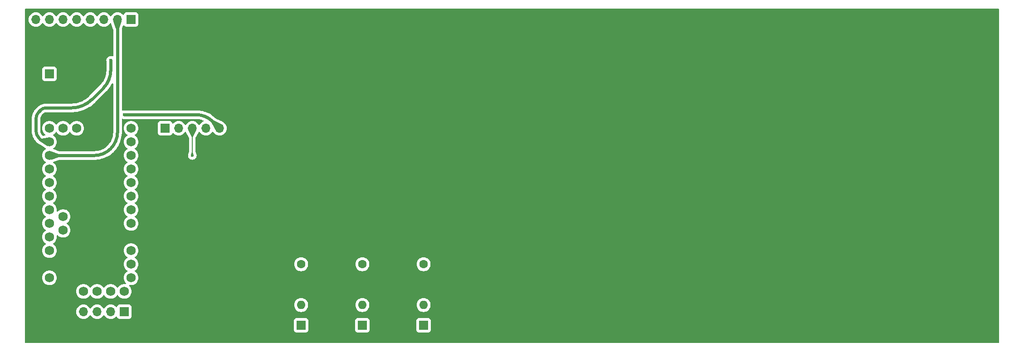
<source format=gbl>
G04 #@! TF.GenerationSoftware,KiCad,Pcbnew,7.0.11+dfsg-1*
G04 #@! TF.CreationDate,2024-03-19T11:49:13-04:00*
G04 #@! TF.ProjectId,base,62617365-2e6b-4696-9361-645f70636258,rev?*
G04 #@! TF.SameCoordinates,Original*
G04 #@! TF.FileFunction,Copper,L2,Bot*
G04 #@! TF.FilePolarity,Positive*
%FSLAX46Y46*%
G04 Gerber Fmt 4.6, Leading zero omitted, Abs format (unit mm)*
G04 Created by KiCad (PCBNEW 7.0.11+dfsg-1) date 2024-03-19 11:49:13*
%MOMM*%
%LPD*%
G01*
G04 APERTURE LIST*
G04 #@! TA.AperFunction,ComponentPad*
%ADD10C,1.600000*%
G04 #@! TD*
G04 #@! TA.AperFunction,ComponentPad*
%ADD11O,1.600000X1.600000*%
G04 #@! TD*
G04 #@! TA.AperFunction,ComponentPad*
%ADD12C,1.727200*%
G04 #@! TD*
G04 #@! TA.AperFunction,ComponentPad*
%ADD13R,1.727200X1.727200*%
G04 #@! TD*
G04 #@! TA.AperFunction,ComponentPad*
%ADD14R,1.700000X1.700000*%
G04 #@! TD*
G04 #@! TA.AperFunction,ComponentPad*
%ADD15O,1.700000X1.700000*%
G04 #@! TD*
G04 #@! TA.AperFunction,ViaPad*
%ADD16C,0.609600*%
G04 #@! TD*
G04 #@! TA.AperFunction,ViaPad*
%ADD17C,0.600000*%
G04 #@! TD*
G04 #@! TA.AperFunction,Conductor*
%ADD18C,0.609600*%
G04 #@! TD*
G04 #@! TA.AperFunction,Conductor*
%ADD19C,0.203200*%
G04 #@! TD*
G04 APERTURE END LIST*
D10*
X102870000Y-111760000D03*
D11*
X102870000Y-119380000D03*
D12*
X55880000Y-96520000D03*
X55880000Y-99060000D03*
X55880000Y-101600000D03*
X55880000Y-104140000D03*
X58420000Y-102870000D03*
X58420000Y-105410000D03*
X60960000Y-86360000D03*
X58420000Y-86360000D03*
X71120000Y-111760000D03*
X71120000Y-114300000D03*
X71120000Y-104140000D03*
X71120000Y-101600000D03*
X71120000Y-99060000D03*
X71120000Y-96520000D03*
X71120000Y-93980000D03*
X71120000Y-91440000D03*
X71120000Y-88900000D03*
X71120000Y-86360000D03*
X55880000Y-86360000D03*
X55880000Y-88900000D03*
X55880000Y-91440000D03*
X55880000Y-93980000D03*
X69850000Y-116840000D03*
D13*
X71120000Y-106680000D03*
X55880000Y-111760000D03*
X63500000Y-86360000D03*
X59690000Y-116840000D03*
X57150000Y-116840000D03*
D12*
X55880000Y-114300000D03*
X71120000Y-109220000D03*
X55880000Y-109220000D03*
X64770000Y-116840000D03*
X67310000Y-116840000D03*
X55880000Y-106680000D03*
X62230000Y-116840000D03*
D10*
X125730000Y-111760000D03*
D11*
X125730000Y-119380000D03*
D10*
X114300000Y-111760000D03*
D11*
X114300000Y-119380000D03*
D14*
X71120000Y-66040000D03*
D15*
X68580000Y-66040000D03*
X66040000Y-66040000D03*
X63500000Y-66040000D03*
X60960000Y-66040000D03*
X58420000Y-66040000D03*
X55880000Y-66040000D03*
X53340000Y-66040000D03*
D14*
X77470000Y-86360000D03*
D15*
X80010000Y-86360000D03*
X82550000Y-86360000D03*
X85090000Y-86360000D03*
X87630000Y-86360000D03*
X90170000Y-86360000D03*
D14*
X102870000Y-123190000D03*
D15*
X105410000Y-123190000D03*
D14*
X69850000Y-120650000D03*
D15*
X67310000Y-120650000D03*
X64770000Y-120650000D03*
X62230000Y-120650000D03*
X59690000Y-120650000D03*
X57150000Y-120650000D03*
D14*
X125730000Y-123190000D03*
D15*
X128270000Y-123190000D03*
D14*
X55880000Y-76200000D03*
D15*
X55880000Y-78740000D03*
D14*
X114300000Y-123190000D03*
D15*
X116840000Y-123190000D03*
D14*
X213360000Y-66040000D03*
D15*
X215900000Y-66040000D03*
X218440000Y-66040000D03*
X220980000Y-66040000D03*
X223520000Y-66040000D03*
X226060000Y-66040000D03*
X228600000Y-66040000D03*
X231140000Y-66040000D03*
D16*
X71120000Y-81280000D03*
X60960000Y-73660000D03*
X64770000Y-96520000D03*
X67310000Y-69850000D03*
X64770000Y-72390000D03*
X67310000Y-73660000D03*
X69850000Y-83820000D03*
D17*
X82550000Y-91440000D03*
D18*
X67310000Y-75565000D02*
X67310000Y-73660000D01*
X53340000Y-86731974D02*
X53340000Y-84718025D01*
X56515000Y-82550000D02*
X55245000Y-82550000D01*
X55245000Y-88900000D02*
X55880000Y-88900000D01*
X65962961Y-78817038D02*
X63823792Y-80956207D01*
X59976036Y-82550000D02*
X56515000Y-82550000D01*
X53974999Y-83184999D02*
X54160987Y-82999012D01*
X53975000Y-88265000D02*
X54160987Y-88450987D01*
X55245000Y-82549992D02*
G75*
G03*
X54160987Y-82999012I0J-1533008D01*
G01*
X53974992Y-83184992D02*
G75*
G03*
X53340000Y-84718025I1533008J-1533008D01*
G01*
X65962966Y-78817043D02*
G75*
G03*
X67310000Y-75565000I-3252066J3252043D01*
G01*
X54160992Y-88450982D02*
G75*
G03*
X55245000Y-88900000I1084008J1083982D01*
G01*
X59976036Y-82550010D02*
G75*
G03*
X63823792Y-80956207I-36J5441610D01*
G01*
X53340011Y-86731974D02*
G75*
G03*
X53975000Y-88265000I2167989J-26D01*
G01*
X68580000Y-87103948D02*
X68580000Y-66040000D01*
X64243948Y-91440000D02*
X55880000Y-91440000D01*
X64243948Y-91440020D02*
G75*
G03*
X67310000Y-90170000I-48J4336120D01*
G01*
X67309997Y-90169997D02*
G75*
G03*
X68580000Y-87103948I-3066057J3066057D01*
G01*
X86360000Y-85090000D02*
X87630000Y-86360000D01*
X83293948Y-83820000D02*
X69850000Y-83820000D01*
X86359986Y-85090014D02*
G75*
G03*
X83293948Y-83820000I-3066086J-3066086D01*
G01*
D19*
X82550000Y-91440000D02*
X82550000Y-86360000D01*
G04 #@! TA.AperFunction,Conductor*
G36*
X67722145Y-77946094D02*
G01*
X67765597Y-78000809D01*
X67774700Y-78047443D01*
X67774700Y-87100894D01*
X67774551Y-87106979D01*
X67757996Y-87443939D01*
X67756803Y-87456049D01*
X67707749Y-87786735D01*
X67705375Y-87798670D01*
X67624145Y-88122958D01*
X67620613Y-88134602D01*
X67507988Y-88449370D01*
X67503331Y-88460613D01*
X67360393Y-88762829D01*
X67354656Y-88773561D01*
X67182793Y-89060297D01*
X67176033Y-89070415D01*
X66976879Y-89338942D01*
X66969159Y-89348349D01*
X66744621Y-89596086D01*
X66736016Y-89604690D01*
X66488349Y-89829163D01*
X66478943Y-89836883D01*
X66210415Y-90036038D01*
X66200297Y-90042798D01*
X65913551Y-90214668D01*
X65902820Y-90220404D01*
X65600614Y-90363339D01*
X65589371Y-90367996D01*
X65274608Y-90480622D01*
X65262964Y-90484155D01*
X64938665Y-90565391D01*
X64926729Y-90567765D01*
X64596041Y-90616820D01*
X64583932Y-90618013D01*
X64247378Y-90634551D01*
X64241292Y-90634700D01*
X57729215Y-90634700D01*
X57687938Y-90627628D01*
X56658746Y-90264307D01*
X56602082Y-90223429D01*
X56576514Y-90158405D01*
X56590159Y-90089881D01*
X56625833Y-90050626D01*
X56624601Y-90049043D01*
X56628645Y-90045894D01*
X56628649Y-90045893D01*
X56807046Y-89907040D01*
X56960156Y-89740719D01*
X57083802Y-89551465D01*
X57174611Y-89344441D01*
X57230107Y-89125293D01*
X57248775Y-88900000D01*
X57248775Y-88899993D01*
X57235707Y-88742294D01*
X57230107Y-88674707D01*
X57174611Y-88455559D01*
X57083802Y-88248535D01*
X56960156Y-88059281D01*
X56960153Y-88059278D01*
X56960149Y-88059272D01*
X56807049Y-87892963D01*
X56807048Y-87892962D01*
X56807046Y-87892960D01*
X56628649Y-87754107D01*
X56628647Y-87754106D01*
X56628646Y-87754105D01*
X56628639Y-87754100D01*
X56600836Y-87739055D01*
X56551244Y-87689837D01*
X56536135Y-87621620D01*
X56560306Y-87556064D01*
X56600836Y-87520945D01*
X56628639Y-87505899D01*
X56628642Y-87505896D01*
X56628649Y-87505893D01*
X56807046Y-87367040D01*
X56960156Y-87200719D01*
X57046193Y-87069028D01*
X57099338Y-87023675D01*
X57168569Y-87014251D01*
X57231905Y-87043753D01*
X57253804Y-87069025D01*
X57339844Y-87200719D01*
X57339849Y-87200724D01*
X57339850Y-87200727D01*
X57492950Y-87367036D01*
X57492954Y-87367040D01*
X57671351Y-87505893D01*
X57870169Y-87613488D01*
X57870172Y-87613489D01*
X58083982Y-87686890D01*
X58083984Y-87686890D01*
X58083986Y-87686891D01*
X58306967Y-87724100D01*
X58306968Y-87724100D01*
X58533032Y-87724100D01*
X58533033Y-87724100D01*
X58756014Y-87686891D01*
X58969831Y-87613488D01*
X59168649Y-87505893D01*
X59347046Y-87367040D01*
X59500156Y-87200719D01*
X59586193Y-87069028D01*
X59639338Y-87023675D01*
X59708569Y-87014251D01*
X59771905Y-87043753D01*
X59793804Y-87069025D01*
X59879844Y-87200719D01*
X59879849Y-87200724D01*
X59879850Y-87200727D01*
X60032950Y-87367036D01*
X60032954Y-87367040D01*
X60211351Y-87505893D01*
X60410169Y-87613488D01*
X60410172Y-87613489D01*
X60623982Y-87686890D01*
X60623984Y-87686890D01*
X60623986Y-87686891D01*
X60846967Y-87724100D01*
X60846968Y-87724100D01*
X61073032Y-87724100D01*
X61073033Y-87724100D01*
X61296014Y-87686891D01*
X61509831Y-87613488D01*
X61708649Y-87505893D01*
X61887046Y-87367040D01*
X62040156Y-87200719D01*
X62163802Y-87011465D01*
X62254611Y-86804441D01*
X62310107Y-86585293D01*
X62328775Y-86360000D01*
X62328775Y-86359999D01*
X62328775Y-86359993D01*
X62310107Y-86134710D01*
X62310107Y-86134707D01*
X62254611Y-85915559D01*
X62163802Y-85708535D01*
X62141342Y-85674158D01*
X62040157Y-85519283D01*
X62040149Y-85519272D01*
X61887049Y-85352963D01*
X61887048Y-85352962D01*
X61887046Y-85352960D01*
X61708649Y-85214107D01*
X61656645Y-85185964D01*
X61509832Y-85106512D01*
X61509827Y-85106510D01*
X61296017Y-85033109D01*
X61123617Y-85004341D01*
X61073033Y-84995900D01*
X60846967Y-84995900D01*
X60802370Y-85003341D01*
X60623982Y-85033109D01*
X60410172Y-85106510D01*
X60410167Y-85106512D01*
X60211352Y-85214106D01*
X60032955Y-85352959D01*
X60032950Y-85352963D01*
X59879850Y-85519272D01*
X59879842Y-85519283D01*
X59793808Y-85650968D01*
X59740662Y-85696325D01*
X59671430Y-85705748D01*
X59608095Y-85676246D01*
X59586192Y-85650968D01*
X59500157Y-85519283D01*
X59500149Y-85519272D01*
X59347049Y-85352963D01*
X59347048Y-85352962D01*
X59347046Y-85352960D01*
X59168649Y-85214107D01*
X59116645Y-85185964D01*
X58969832Y-85106512D01*
X58969827Y-85106510D01*
X58756017Y-85033109D01*
X58583617Y-85004341D01*
X58533033Y-84995900D01*
X58306967Y-84995900D01*
X58262370Y-85003341D01*
X58083982Y-85033109D01*
X57870172Y-85106510D01*
X57870167Y-85106512D01*
X57671352Y-85214106D01*
X57492955Y-85352959D01*
X57492950Y-85352963D01*
X57339850Y-85519272D01*
X57339842Y-85519283D01*
X57253808Y-85650968D01*
X57200662Y-85696325D01*
X57131430Y-85705748D01*
X57068095Y-85676246D01*
X57046192Y-85650968D01*
X56960157Y-85519283D01*
X56960149Y-85519272D01*
X56807049Y-85352963D01*
X56807048Y-85352962D01*
X56807046Y-85352960D01*
X56628649Y-85214107D01*
X56576645Y-85185964D01*
X56429832Y-85106512D01*
X56429827Y-85106510D01*
X56216017Y-85033109D01*
X56043617Y-85004341D01*
X55993033Y-84995900D01*
X55766967Y-84995900D01*
X55722370Y-85003341D01*
X55543982Y-85033109D01*
X55330172Y-85106510D01*
X55330167Y-85106512D01*
X55131352Y-85214106D01*
X54952955Y-85352959D01*
X54952950Y-85352963D01*
X54799850Y-85519272D01*
X54799842Y-85519283D01*
X54676198Y-85708533D01*
X54585388Y-85915560D01*
X54529892Y-86134710D01*
X54511225Y-86359993D01*
X54511225Y-86360006D01*
X54529892Y-86585289D01*
X54585388Y-86804439D01*
X54676198Y-87011466D01*
X54799842Y-87200716D01*
X54799850Y-87200727D01*
X54952950Y-87367036D01*
X54952960Y-87367045D01*
X55070182Y-87458283D01*
X55110995Y-87514993D01*
X55114670Y-87584766D01*
X55080038Y-87645449D01*
X55018097Y-87677776D01*
X55015968Y-87678178D01*
X54665366Y-87741231D01*
X54595901Y-87733723D01*
X54555737Y-87706870D01*
X54547305Y-87698438D01*
X54541758Y-87692516D01*
X54432260Y-87567657D01*
X54422386Y-87554788D01*
X54332389Y-87420097D01*
X54324279Y-87406050D01*
X54252633Y-87260765D01*
X54246425Y-87245780D01*
X54194349Y-87092362D01*
X54190157Y-87076719D01*
X54158551Y-86917818D01*
X54156435Y-86901742D01*
X54145564Y-86735850D01*
X54145300Y-86727760D01*
X54145301Y-86647343D01*
X54145300Y-86647338D01*
X54145300Y-84802660D01*
X54145301Y-84802656D01*
X54145300Y-84722078D01*
X54145565Y-84713971D01*
X54156425Y-84548246D01*
X54158539Y-84532182D01*
X54190145Y-84373284D01*
X54194342Y-84357622D01*
X54220270Y-84281238D01*
X54246417Y-84204209D01*
X54252616Y-84189243D01*
X54324272Y-84043940D01*
X54332378Y-84029900D01*
X54422387Y-83895190D01*
X54432249Y-83882338D01*
X54541673Y-83757563D01*
X54547189Y-83751673D01*
X54664728Y-83634135D01*
X54664745Y-83634121D01*
X54670575Y-83628290D01*
X54670578Y-83628289D01*
X54726134Y-83572731D01*
X54735127Y-83564580D01*
X54831264Y-83485681D01*
X54851465Y-83472182D01*
X54955755Y-83416437D01*
X54978187Y-83407145D01*
X55091348Y-83372818D01*
X55115179Y-83368078D01*
X55238858Y-83355897D01*
X55251012Y-83355300D01*
X55329640Y-83355300D01*
X56469771Y-83355300D01*
X59891396Y-83355300D01*
X59891401Y-83355301D01*
X59924668Y-83355300D01*
X59924700Y-83355309D01*
X59976041Y-83355309D01*
X59976041Y-83355310D01*
X60199148Y-83355309D01*
X60644224Y-83323474D01*
X61085895Y-83259969D01*
X61085900Y-83259968D01*
X61521907Y-83165118D01*
X61572903Y-83150143D01*
X61950048Y-83039403D01*
X62368127Y-82883467D01*
X62774016Y-82698102D01*
X63165648Y-82484255D01*
X63541026Y-82243013D01*
X63898238Y-81975608D01*
X64235463Y-81683401D01*
X64393224Y-81525641D01*
X64453074Y-81465792D01*
X64453074Y-81465790D01*
X64463279Y-81455586D01*
X64463283Y-81455581D01*
X66462335Y-79456528D01*
X66462345Y-79456521D01*
X66496074Y-79422793D01*
X66496091Y-79422783D01*
X66532400Y-79386473D01*
X66532401Y-79386474D01*
X66682547Y-79236328D01*
X66958352Y-78913400D01*
X67207970Y-78569829D01*
X67429862Y-78207731D01*
X67540216Y-77991146D01*
X67588189Y-77940352D01*
X67656010Y-77923557D01*
X67722145Y-77946094D01*
G37*
G04 #@! TD.AperFunction*
G04 #@! TA.AperFunction,Conductor*
G36*
X233122539Y-64020185D02*
G01*
X233168294Y-64072989D01*
X233179500Y-64124500D01*
X233179500Y-126375500D01*
X233159815Y-126442539D01*
X233107011Y-126488294D01*
X233055500Y-126499500D01*
X51424500Y-126499500D01*
X51357461Y-126479815D01*
X51311706Y-126427011D01*
X51300500Y-126375500D01*
X51300500Y-124087870D01*
X101519500Y-124087870D01*
X101519501Y-124087876D01*
X101525908Y-124147483D01*
X101576202Y-124282328D01*
X101576206Y-124282335D01*
X101662452Y-124397544D01*
X101662455Y-124397547D01*
X101777664Y-124483793D01*
X101777671Y-124483797D01*
X101912517Y-124534091D01*
X101912516Y-124534091D01*
X101919444Y-124534835D01*
X101972127Y-124540500D01*
X103767872Y-124540499D01*
X103827483Y-124534091D01*
X103962331Y-124483796D01*
X104077546Y-124397546D01*
X104163796Y-124282331D01*
X104214091Y-124147483D01*
X104220500Y-124087873D01*
X104220500Y-124087870D01*
X112949500Y-124087870D01*
X112949501Y-124087876D01*
X112955908Y-124147483D01*
X113006202Y-124282328D01*
X113006206Y-124282335D01*
X113092452Y-124397544D01*
X113092455Y-124397547D01*
X113207664Y-124483793D01*
X113207671Y-124483797D01*
X113342517Y-124534091D01*
X113342516Y-124534091D01*
X113349444Y-124534835D01*
X113402127Y-124540500D01*
X115197872Y-124540499D01*
X115257483Y-124534091D01*
X115392331Y-124483796D01*
X115507546Y-124397546D01*
X115593796Y-124282331D01*
X115644091Y-124147483D01*
X115650500Y-124087873D01*
X115650500Y-124087870D01*
X124379500Y-124087870D01*
X124379501Y-124087876D01*
X124385908Y-124147483D01*
X124436202Y-124282328D01*
X124436206Y-124282335D01*
X124522452Y-124397544D01*
X124522455Y-124397547D01*
X124637664Y-124483793D01*
X124637671Y-124483797D01*
X124772517Y-124534091D01*
X124772516Y-124534091D01*
X124779444Y-124534835D01*
X124832127Y-124540500D01*
X126627872Y-124540499D01*
X126687483Y-124534091D01*
X126822331Y-124483796D01*
X126937546Y-124397546D01*
X127023796Y-124282331D01*
X127074091Y-124147483D01*
X127080500Y-124087873D01*
X127080499Y-122292128D01*
X127074091Y-122232517D01*
X127023796Y-122097669D01*
X127023795Y-122097668D01*
X127023793Y-122097664D01*
X126937547Y-121982455D01*
X126937544Y-121982452D01*
X126822335Y-121896206D01*
X126822328Y-121896202D01*
X126687482Y-121845908D01*
X126687483Y-121845908D01*
X126627883Y-121839501D01*
X126627881Y-121839500D01*
X126627873Y-121839500D01*
X126627864Y-121839500D01*
X124832129Y-121839500D01*
X124832123Y-121839501D01*
X124772516Y-121845908D01*
X124637671Y-121896202D01*
X124637664Y-121896206D01*
X124522455Y-121982452D01*
X124522452Y-121982455D01*
X124436206Y-122097664D01*
X124436202Y-122097671D01*
X124385908Y-122232517D01*
X124379501Y-122292116D01*
X124379501Y-122292123D01*
X124379500Y-122292135D01*
X124379500Y-124087870D01*
X115650500Y-124087870D01*
X115650499Y-122292128D01*
X115644091Y-122232517D01*
X115593796Y-122097669D01*
X115593795Y-122097668D01*
X115593793Y-122097664D01*
X115507547Y-121982455D01*
X115507544Y-121982452D01*
X115392335Y-121896206D01*
X115392328Y-121896202D01*
X115257482Y-121845908D01*
X115257483Y-121845908D01*
X115197883Y-121839501D01*
X115197881Y-121839500D01*
X115197873Y-121839500D01*
X115197864Y-121839500D01*
X113402129Y-121839500D01*
X113402123Y-121839501D01*
X113342516Y-121845908D01*
X113207671Y-121896202D01*
X113207664Y-121896206D01*
X113092455Y-121982452D01*
X113092452Y-121982455D01*
X113006206Y-122097664D01*
X113006202Y-122097671D01*
X112955908Y-122232517D01*
X112949501Y-122292116D01*
X112949501Y-122292123D01*
X112949500Y-122292135D01*
X112949500Y-124087870D01*
X104220500Y-124087870D01*
X104220499Y-122292128D01*
X104214091Y-122232517D01*
X104163796Y-122097669D01*
X104163795Y-122097668D01*
X104163793Y-122097664D01*
X104077547Y-121982455D01*
X104077544Y-121982452D01*
X103962335Y-121896206D01*
X103962328Y-121896202D01*
X103827482Y-121845908D01*
X103827483Y-121845908D01*
X103767883Y-121839501D01*
X103767881Y-121839500D01*
X103767873Y-121839500D01*
X103767864Y-121839500D01*
X101972129Y-121839500D01*
X101972123Y-121839501D01*
X101912516Y-121845908D01*
X101777671Y-121896202D01*
X101777664Y-121896206D01*
X101662455Y-121982452D01*
X101662452Y-121982455D01*
X101576206Y-122097664D01*
X101576202Y-122097671D01*
X101525908Y-122232517D01*
X101519501Y-122292116D01*
X101519501Y-122292123D01*
X101519500Y-122292135D01*
X101519500Y-124087870D01*
X51300500Y-124087870D01*
X51300500Y-120650000D01*
X60874341Y-120650000D01*
X60894936Y-120885403D01*
X60894938Y-120885413D01*
X60956094Y-121113655D01*
X60956096Y-121113659D01*
X60956097Y-121113663D01*
X60960000Y-121122032D01*
X61055965Y-121327830D01*
X61055967Y-121327834D01*
X61164281Y-121482521D01*
X61191505Y-121521401D01*
X61358599Y-121688495D01*
X61455384Y-121756265D01*
X61552165Y-121824032D01*
X61552167Y-121824033D01*
X61552170Y-121824035D01*
X61766337Y-121923903D01*
X61994592Y-121985063D01*
X62171034Y-122000500D01*
X62229999Y-122005659D01*
X62230000Y-122005659D01*
X62230001Y-122005659D01*
X62288966Y-122000500D01*
X62465408Y-121985063D01*
X62693663Y-121923903D01*
X62907830Y-121824035D01*
X63101401Y-121688495D01*
X63268495Y-121521401D01*
X63398425Y-121335842D01*
X63453002Y-121292217D01*
X63522500Y-121285023D01*
X63584855Y-121316546D01*
X63601575Y-121335842D01*
X63731500Y-121521395D01*
X63731505Y-121521401D01*
X63898599Y-121688495D01*
X63995384Y-121756265D01*
X64092165Y-121824032D01*
X64092167Y-121824033D01*
X64092170Y-121824035D01*
X64306337Y-121923903D01*
X64534592Y-121985063D01*
X64711034Y-122000500D01*
X64769999Y-122005659D01*
X64770000Y-122005659D01*
X64770001Y-122005659D01*
X64828966Y-122000500D01*
X65005408Y-121985063D01*
X65233663Y-121923903D01*
X65447830Y-121824035D01*
X65641401Y-121688495D01*
X65808495Y-121521401D01*
X65938425Y-121335842D01*
X65993002Y-121292217D01*
X66062500Y-121285023D01*
X66124855Y-121316546D01*
X66141575Y-121335842D01*
X66271500Y-121521395D01*
X66271505Y-121521401D01*
X66438599Y-121688495D01*
X66535384Y-121756265D01*
X66632165Y-121824032D01*
X66632167Y-121824033D01*
X66632170Y-121824035D01*
X66846337Y-121923903D01*
X67074592Y-121985063D01*
X67251034Y-122000500D01*
X67309999Y-122005659D01*
X67310000Y-122005659D01*
X67310001Y-122005659D01*
X67368966Y-122000500D01*
X67545408Y-121985063D01*
X67773663Y-121923903D01*
X67987830Y-121824035D01*
X68181401Y-121688495D01*
X68303329Y-121566566D01*
X68364648Y-121533084D01*
X68434340Y-121538068D01*
X68490274Y-121579939D01*
X68507189Y-121610917D01*
X68556202Y-121742328D01*
X68556206Y-121742335D01*
X68642452Y-121857544D01*
X68642455Y-121857547D01*
X68757664Y-121943793D01*
X68757671Y-121943797D01*
X68892517Y-121994091D01*
X68892516Y-121994091D01*
X68899444Y-121994835D01*
X68952127Y-122000500D01*
X70747872Y-122000499D01*
X70807483Y-121994091D01*
X70942331Y-121943796D01*
X71057546Y-121857546D01*
X71143796Y-121742331D01*
X71194091Y-121607483D01*
X71200500Y-121547873D01*
X71200499Y-119752128D01*
X71194091Y-119692517D01*
X71192810Y-119689083D01*
X71143797Y-119557671D01*
X71143793Y-119557664D01*
X71057547Y-119442455D01*
X71057544Y-119442452D01*
X70974121Y-119380001D01*
X101564532Y-119380001D01*
X101584364Y-119606686D01*
X101584366Y-119606697D01*
X101643258Y-119826488D01*
X101643261Y-119826497D01*
X101739431Y-120032732D01*
X101739432Y-120032734D01*
X101869954Y-120219141D01*
X102030858Y-120380045D01*
X102030861Y-120380047D01*
X102217266Y-120510568D01*
X102423504Y-120606739D01*
X102643308Y-120665635D01*
X102805230Y-120679801D01*
X102869998Y-120685468D01*
X102870000Y-120685468D01*
X102870002Y-120685468D01*
X102926673Y-120680509D01*
X103096692Y-120665635D01*
X103316496Y-120606739D01*
X103522734Y-120510568D01*
X103709139Y-120380047D01*
X103870047Y-120219139D01*
X104000568Y-120032734D01*
X104096739Y-119826496D01*
X104155635Y-119606692D01*
X104175468Y-119380001D01*
X112994532Y-119380001D01*
X113014364Y-119606686D01*
X113014366Y-119606697D01*
X113073258Y-119826488D01*
X113073261Y-119826497D01*
X113169431Y-120032732D01*
X113169432Y-120032734D01*
X113299954Y-120219141D01*
X113460858Y-120380045D01*
X113460861Y-120380047D01*
X113647266Y-120510568D01*
X113853504Y-120606739D01*
X114073308Y-120665635D01*
X114235230Y-120679801D01*
X114299998Y-120685468D01*
X114300000Y-120685468D01*
X114300002Y-120685468D01*
X114356673Y-120680509D01*
X114526692Y-120665635D01*
X114746496Y-120606739D01*
X114952734Y-120510568D01*
X115139139Y-120380047D01*
X115300047Y-120219139D01*
X115430568Y-120032734D01*
X115526739Y-119826496D01*
X115585635Y-119606692D01*
X115605468Y-119380001D01*
X124424532Y-119380001D01*
X124444364Y-119606686D01*
X124444366Y-119606697D01*
X124503258Y-119826488D01*
X124503261Y-119826497D01*
X124599431Y-120032732D01*
X124599432Y-120032734D01*
X124729954Y-120219141D01*
X124890858Y-120380045D01*
X124890861Y-120380047D01*
X125077266Y-120510568D01*
X125283504Y-120606739D01*
X125503308Y-120665635D01*
X125665230Y-120679801D01*
X125729998Y-120685468D01*
X125730000Y-120685468D01*
X125730002Y-120685468D01*
X125786673Y-120680509D01*
X125956692Y-120665635D01*
X126176496Y-120606739D01*
X126382734Y-120510568D01*
X126569139Y-120380047D01*
X126730047Y-120219139D01*
X126860568Y-120032734D01*
X126956739Y-119826496D01*
X127015635Y-119606692D01*
X127035468Y-119380000D01*
X127015635Y-119153308D01*
X126956739Y-118933504D01*
X126860568Y-118727266D01*
X126730047Y-118540861D01*
X126730045Y-118540858D01*
X126569141Y-118379954D01*
X126382734Y-118249432D01*
X126382732Y-118249431D01*
X126176497Y-118153261D01*
X126176488Y-118153258D01*
X125956697Y-118094366D01*
X125956693Y-118094365D01*
X125956692Y-118094365D01*
X125956691Y-118094364D01*
X125956686Y-118094364D01*
X125730002Y-118074532D01*
X125729998Y-118074532D01*
X125503313Y-118094364D01*
X125503302Y-118094366D01*
X125283511Y-118153258D01*
X125283502Y-118153261D01*
X125077267Y-118249431D01*
X125077265Y-118249432D01*
X124890858Y-118379954D01*
X124729954Y-118540858D01*
X124599432Y-118727265D01*
X124599431Y-118727267D01*
X124503261Y-118933502D01*
X124503258Y-118933511D01*
X124444366Y-119153302D01*
X124444364Y-119153313D01*
X124424532Y-119379998D01*
X124424532Y-119380001D01*
X115605468Y-119380001D01*
X115605468Y-119380000D01*
X115585635Y-119153308D01*
X115526739Y-118933504D01*
X115430568Y-118727266D01*
X115300047Y-118540861D01*
X115300045Y-118540858D01*
X115139141Y-118379954D01*
X114952734Y-118249432D01*
X114952732Y-118249431D01*
X114746497Y-118153261D01*
X114746488Y-118153258D01*
X114526697Y-118094366D01*
X114526693Y-118094365D01*
X114526692Y-118094365D01*
X114526691Y-118094364D01*
X114526686Y-118094364D01*
X114300002Y-118074532D01*
X114299998Y-118074532D01*
X114073313Y-118094364D01*
X114073302Y-118094366D01*
X113853511Y-118153258D01*
X113853502Y-118153261D01*
X113647267Y-118249431D01*
X113647265Y-118249432D01*
X113460858Y-118379954D01*
X113299954Y-118540858D01*
X113169432Y-118727265D01*
X113169431Y-118727267D01*
X113073261Y-118933502D01*
X113073258Y-118933511D01*
X113014366Y-119153302D01*
X113014364Y-119153313D01*
X112994532Y-119379998D01*
X112994532Y-119380001D01*
X104175468Y-119380001D01*
X104175468Y-119380000D01*
X104155635Y-119153308D01*
X104096739Y-118933504D01*
X104000568Y-118727266D01*
X103870047Y-118540861D01*
X103870045Y-118540858D01*
X103709141Y-118379954D01*
X103522734Y-118249432D01*
X103522732Y-118249431D01*
X103316497Y-118153261D01*
X103316488Y-118153258D01*
X103096697Y-118094366D01*
X103096693Y-118094365D01*
X103096692Y-118094365D01*
X103096691Y-118094364D01*
X103096686Y-118094364D01*
X102870002Y-118074532D01*
X102869998Y-118074532D01*
X102643313Y-118094364D01*
X102643302Y-118094366D01*
X102423511Y-118153258D01*
X102423502Y-118153261D01*
X102217267Y-118249431D01*
X102217265Y-118249432D01*
X102030858Y-118379954D01*
X101869954Y-118540858D01*
X101739432Y-118727265D01*
X101739431Y-118727267D01*
X101643261Y-118933502D01*
X101643258Y-118933511D01*
X101584366Y-119153302D01*
X101584364Y-119153313D01*
X101564532Y-119379998D01*
X101564532Y-119380001D01*
X70974121Y-119380001D01*
X70942335Y-119356206D01*
X70942328Y-119356202D01*
X70807482Y-119305908D01*
X70807483Y-119305908D01*
X70747883Y-119299501D01*
X70747881Y-119299500D01*
X70747873Y-119299500D01*
X70747864Y-119299500D01*
X68952129Y-119299500D01*
X68952123Y-119299501D01*
X68892516Y-119305908D01*
X68757671Y-119356202D01*
X68757664Y-119356206D01*
X68642455Y-119442452D01*
X68642452Y-119442455D01*
X68556206Y-119557664D01*
X68556203Y-119557669D01*
X68507189Y-119689083D01*
X68465317Y-119745016D01*
X68399853Y-119769433D01*
X68331580Y-119754581D01*
X68303326Y-119733430D01*
X68181402Y-119611506D01*
X68181395Y-119611501D01*
X67987834Y-119475967D01*
X67987830Y-119475965D01*
X67987828Y-119475964D01*
X67773663Y-119376097D01*
X67773659Y-119376096D01*
X67773655Y-119376094D01*
X67545413Y-119314938D01*
X67545403Y-119314936D01*
X67310001Y-119294341D01*
X67309999Y-119294341D01*
X67074596Y-119314936D01*
X67074586Y-119314938D01*
X66846344Y-119376094D01*
X66846335Y-119376098D01*
X66632171Y-119475964D01*
X66632169Y-119475965D01*
X66438597Y-119611505D01*
X66271505Y-119778597D01*
X66141575Y-119964158D01*
X66086998Y-120007783D01*
X66017500Y-120014977D01*
X65955145Y-119983454D01*
X65938425Y-119964158D01*
X65808494Y-119778597D01*
X65641402Y-119611506D01*
X65641395Y-119611501D01*
X65447834Y-119475967D01*
X65447830Y-119475965D01*
X65447828Y-119475964D01*
X65233663Y-119376097D01*
X65233659Y-119376096D01*
X65233655Y-119376094D01*
X65005413Y-119314938D01*
X65005403Y-119314936D01*
X64770001Y-119294341D01*
X64769999Y-119294341D01*
X64534596Y-119314936D01*
X64534586Y-119314938D01*
X64306344Y-119376094D01*
X64306335Y-119376098D01*
X64092171Y-119475964D01*
X64092169Y-119475965D01*
X63898597Y-119611505D01*
X63731505Y-119778597D01*
X63601575Y-119964158D01*
X63546998Y-120007783D01*
X63477500Y-120014977D01*
X63415145Y-119983454D01*
X63398425Y-119964158D01*
X63268494Y-119778597D01*
X63101402Y-119611506D01*
X63101395Y-119611501D01*
X62907834Y-119475967D01*
X62907830Y-119475965D01*
X62907828Y-119475964D01*
X62693663Y-119376097D01*
X62693659Y-119376096D01*
X62693655Y-119376094D01*
X62465413Y-119314938D01*
X62465403Y-119314936D01*
X62230001Y-119294341D01*
X62229999Y-119294341D01*
X61994596Y-119314936D01*
X61994586Y-119314938D01*
X61766344Y-119376094D01*
X61766335Y-119376098D01*
X61552171Y-119475964D01*
X61552169Y-119475965D01*
X61358597Y-119611505D01*
X61191505Y-119778597D01*
X61055965Y-119972169D01*
X61055964Y-119972171D01*
X60956098Y-120186335D01*
X60956094Y-120186344D01*
X60894938Y-120414586D01*
X60894936Y-120414596D01*
X60874341Y-120649999D01*
X60874341Y-120650000D01*
X51300500Y-120650000D01*
X51300500Y-116840006D01*
X60861225Y-116840006D01*
X60879892Y-117065289D01*
X60935388Y-117284439D01*
X61026198Y-117491466D01*
X61149842Y-117680716D01*
X61149850Y-117680727D01*
X61302950Y-117847036D01*
X61302954Y-117847040D01*
X61481351Y-117985893D01*
X61680169Y-118093488D01*
X61680172Y-118093489D01*
X61893982Y-118166890D01*
X61893984Y-118166890D01*
X61893986Y-118166891D01*
X62116967Y-118204100D01*
X62116968Y-118204100D01*
X62343032Y-118204100D01*
X62343033Y-118204100D01*
X62566014Y-118166891D01*
X62779831Y-118093488D01*
X62978649Y-117985893D01*
X63157046Y-117847040D01*
X63310156Y-117680719D01*
X63396193Y-117549028D01*
X63449338Y-117503675D01*
X63518569Y-117494251D01*
X63581905Y-117523753D01*
X63603804Y-117549025D01*
X63689844Y-117680719D01*
X63689849Y-117680724D01*
X63689850Y-117680727D01*
X63842950Y-117847036D01*
X63842954Y-117847040D01*
X64021351Y-117985893D01*
X64220169Y-118093488D01*
X64220172Y-118093489D01*
X64433982Y-118166890D01*
X64433984Y-118166890D01*
X64433986Y-118166891D01*
X64656967Y-118204100D01*
X64656968Y-118204100D01*
X64883032Y-118204100D01*
X64883033Y-118204100D01*
X65106014Y-118166891D01*
X65319831Y-118093488D01*
X65518649Y-117985893D01*
X65697046Y-117847040D01*
X65850156Y-117680719D01*
X65936193Y-117549028D01*
X65989338Y-117503675D01*
X66058569Y-117494251D01*
X66121905Y-117523753D01*
X66143804Y-117549025D01*
X66229844Y-117680719D01*
X66229849Y-117680724D01*
X66229850Y-117680727D01*
X66382950Y-117847036D01*
X66382954Y-117847040D01*
X66561351Y-117985893D01*
X66760169Y-118093488D01*
X66760172Y-118093489D01*
X66973982Y-118166890D01*
X66973984Y-118166890D01*
X66973986Y-118166891D01*
X67196967Y-118204100D01*
X67196968Y-118204100D01*
X67423032Y-118204100D01*
X67423033Y-118204100D01*
X67646014Y-118166891D01*
X67859831Y-118093488D01*
X68058649Y-117985893D01*
X68237046Y-117847040D01*
X68390156Y-117680719D01*
X68476193Y-117549028D01*
X68529338Y-117503675D01*
X68598569Y-117494251D01*
X68661905Y-117523753D01*
X68683804Y-117549025D01*
X68769844Y-117680719D01*
X68769849Y-117680724D01*
X68769850Y-117680727D01*
X68922950Y-117847036D01*
X68922954Y-117847040D01*
X69101351Y-117985893D01*
X69300169Y-118093488D01*
X69300172Y-118093489D01*
X69513982Y-118166890D01*
X69513984Y-118166890D01*
X69513986Y-118166891D01*
X69736967Y-118204100D01*
X69736968Y-118204100D01*
X69963032Y-118204100D01*
X69963033Y-118204100D01*
X70186014Y-118166891D01*
X70399831Y-118093488D01*
X70598649Y-117985893D01*
X70777046Y-117847040D01*
X70930156Y-117680719D01*
X71053802Y-117491465D01*
X71144611Y-117284441D01*
X71200107Y-117065293D01*
X71218775Y-116840000D01*
X71218775Y-116839993D01*
X71200107Y-116614710D01*
X71200107Y-116614707D01*
X71144611Y-116395559D01*
X71053802Y-116188535D01*
X70930156Y-115999281D01*
X70796289Y-115853863D01*
X70765368Y-115791211D01*
X70773228Y-115721785D01*
X70817375Y-115667629D01*
X70883792Y-115645938D01*
X70907923Y-115647572D01*
X71006967Y-115664100D01*
X71006968Y-115664100D01*
X71233032Y-115664100D01*
X71233033Y-115664100D01*
X71456014Y-115626891D01*
X71669831Y-115553488D01*
X71868649Y-115445893D01*
X72047046Y-115307040D01*
X72200156Y-115140719D01*
X72323802Y-114951465D01*
X72414611Y-114744441D01*
X72470107Y-114525293D01*
X72488775Y-114300000D01*
X72488775Y-114299993D01*
X72470107Y-114074710D01*
X72470107Y-114074707D01*
X72414611Y-113855559D01*
X72323802Y-113648535D01*
X72200156Y-113459281D01*
X72200153Y-113459278D01*
X72200149Y-113459272D01*
X72047049Y-113292963D01*
X72047048Y-113292962D01*
X72047046Y-113292960D01*
X71868649Y-113154107D01*
X71868647Y-113154106D01*
X71868646Y-113154105D01*
X71868639Y-113154100D01*
X71840836Y-113139055D01*
X71791244Y-113089837D01*
X71776135Y-113021620D01*
X71800306Y-112956064D01*
X71840836Y-112920945D01*
X71868639Y-112905899D01*
X71868642Y-112905896D01*
X71868649Y-112905893D01*
X72047046Y-112767040D01*
X72200156Y-112600719D01*
X72323802Y-112411465D01*
X72414611Y-112204441D01*
X72470107Y-111985293D01*
X72488775Y-111760001D01*
X101564532Y-111760001D01*
X101584364Y-111986686D01*
X101584366Y-111986697D01*
X101643258Y-112206488D01*
X101643261Y-112206497D01*
X101739431Y-112412732D01*
X101739432Y-112412734D01*
X101869954Y-112599141D01*
X102030858Y-112760045D01*
X102030861Y-112760047D01*
X102217266Y-112890568D01*
X102423504Y-112986739D01*
X102643308Y-113045635D01*
X102805230Y-113059801D01*
X102869998Y-113065468D01*
X102870000Y-113065468D01*
X102870002Y-113065468D01*
X102926673Y-113060509D01*
X103096692Y-113045635D01*
X103316496Y-112986739D01*
X103522734Y-112890568D01*
X103709139Y-112760047D01*
X103870047Y-112599139D01*
X104000568Y-112412734D01*
X104096739Y-112206496D01*
X104155635Y-111986692D01*
X104172634Y-111792384D01*
X104175468Y-111760001D01*
X112994532Y-111760001D01*
X113014364Y-111986686D01*
X113014366Y-111986697D01*
X113073258Y-112206488D01*
X113073261Y-112206497D01*
X113169431Y-112412732D01*
X113169432Y-112412734D01*
X113299954Y-112599141D01*
X113460858Y-112760045D01*
X113460861Y-112760047D01*
X113647266Y-112890568D01*
X113853504Y-112986739D01*
X114073308Y-113045635D01*
X114235230Y-113059801D01*
X114299998Y-113065468D01*
X114300000Y-113065468D01*
X114300002Y-113065468D01*
X114356673Y-113060509D01*
X114526692Y-113045635D01*
X114746496Y-112986739D01*
X114952734Y-112890568D01*
X115139139Y-112760047D01*
X115300047Y-112599139D01*
X115430568Y-112412734D01*
X115526739Y-112206496D01*
X115585635Y-111986692D01*
X115602634Y-111792384D01*
X115605468Y-111760001D01*
X124424532Y-111760001D01*
X124444364Y-111986686D01*
X124444366Y-111986697D01*
X124503258Y-112206488D01*
X124503261Y-112206497D01*
X124599431Y-112412732D01*
X124599432Y-112412734D01*
X124729954Y-112599141D01*
X124890858Y-112760045D01*
X124890861Y-112760047D01*
X125077266Y-112890568D01*
X125283504Y-112986739D01*
X125503308Y-113045635D01*
X125665230Y-113059801D01*
X125729998Y-113065468D01*
X125730000Y-113065468D01*
X125730002Y-113065468D01*
X125786673Y-113060509D01*
X125956692Y-113045635D01*
X126176496Y-112986739D01*
X126382734Y-112890568D01*
X126569139Y-112760047D01*
X126730047Y-112599139D01*
X126860568Y-112412734D01*
X126956739Y-112206496D01*
X127015635Y-111986692D01*
X127032634Y-111792384D01*
X127035468Y-111760001D01*
X127035468Y-111759998D01*
X127029801Y-111695230D01*
X127015635Y-111533308D01*
X126956739Y-111313504D01*
X126860568Y-111107266D01*
X126730047Y-110920861D01*
X126730045Y-110920858D01*
X126569141Y-110759954D01*
X126382734Y-110629432D01*
X126382732Y-110629431D01*
X126176497Y-110533261D01*
X126176488Y-110533258D01*
X125956697Y-110474366D01*
X125956693Y-110474365D01*
X125956692Y-110474365D01*
X125956691Y-110474364D01*
X125956686Y-110474364D01*
X125730002Y-110454532D01*
X125729998Y-110454532D01*
X125503313Y-110474364D01*
X125503302Y-110474366D01*
X125283511Y-110533258D01*
X125283502Y-110533261D01*
X125077267Y-110629431D01*
X125077265Y-110629432D01*
X124890858Y-110759954D01*
X124729954Y-110920858D01*
X124599432Y-111107265D01*
X124599431Y-111107267D01*
X124503261Y-111313502D01*
X124503258Y-111313511D01*
X124444366Y-111533302D01*
X124444364Y-111533313D01*
X124424532Y-111759998D01*
X124424532Y-111760001D01*
X115605468Y-111760001D01*
X115605468Y-111759998D01*
X115599801Y-111695230D01*
X115585635Y-111533308D01*
X115526739Y-111313504D01*
X115430568Y-111107266D01*
X115300047Y-110920861D01*
X115300045Y-110920858D01*
X115139141Y-110759954D01*
X114952734Y-110629432D01*
X114952732Y-110629431D01*
X114746497Y-110533261D01*
X114746488Y-110533258D01*
X114526697Y-110474366D01*
X114526693Y-110474365D01*
X114526692Y-110474365D01*
X114526691Y-110474364D01*
X114526686Y-110474364D01*
X114300002Y-110454532D01*
X114299998Y-110454532D01*
X114073313Y-110474364D01*
X114073302Y-110474366D01*
X113853511Y-110533258D01*
X113853502Y-110533261D01*
X113647267Y-110629431D01*
X113647265Y-110629432D01*
X113460858Y-110759954D01*
X113299954Y-110920858D01*
X113169432Y-111107265D01*
X113169431Y-111107267D01*
X113073261Y-111313502D01*
X113073258Y-111313511D01*
X113014366Y-111533302D01*
X113014364Y-111533313D01*
X112994532Y-111759998D01*
X112994532Y-111760001D01*
X104175468Y-111760001D01*
X104175468Y-111759998D01*
X104169801Y-111695230D01*
X104155635Y-111533308D01*
X104096739Y-111313504D01*
X104000568Y-111107266D01*
X103870047Y-110920861D01*
X103870045Y-110920858D01*
X103709141Y-110759954D01*
X103522734Y-110629432D01*
X103522732Y-110629431D01*
X103316497Y-110533261D01*
X103316488Y-110533258D01*
X103096697Y-110474366D01*
X103096693Y-110474365D01*
X103096692Y-110474365D01*
X103096691Y-110474364D01*
X103096686Y-110474364D01*
X102870002Y-110454532D01*
X102869998Y-110454532D01*
X102643313Y-110474364D01*
X102643302Y-110474366D01*
X102423511Y-110533258D01*
X102423502Y-110533261D01*
X102217267Y-110629431D01*
X102217265Y-110629432D01*
X102030858Y-110759954D01*
X101869954Y-110920858D01*
X101739432Y-111107265D01*
X101739431Y-111107267D01*
X101643261Y-111313502D01*
X101643258Y-111313511D01*
X101584366Y-111533302D01*
X101584364Y-111533313D01*
X101564532Y-111759998D01*
X101564532Y-111760001D01*
X72488775Y-111760001D01*
X72488775Y-111760000D01*
X72488775Y-111759998D01*
X72488775Y-111759993D01*
X72470107Y-111534710D01*
X72470107Y-111534707D01*
X72414611Y-111315559D01*
X72323802Y-111108535D01*
X72322972Y-111107265D01*
X72200157Y-110919283D01*
X72200149Y-110919272D01*
X72047049Y-110752963D01*
X72047048Y-110752962D01*
X72047046Y-110752960D01*
X71868649Y-110614107D01*
X71868647Y-110614106D01*
X71868646Y-110614105D01*
X71868639Y-110614100D01*
X71840836Y-110599055D01*
X71791244Y-110549837D01*
X71776135Y-110481620D01*
X71800306Y-110416064D01*
X71840836Y-110380945D01*
X71868639Y-110365899D01*
X71868642Y-110365896D01*
X71868649Y-110365893D01*
X72047046Y-110227040D01*
X72200156Y-110060719D01*
X72323802Y-109871465D01*
X72414611Y-109664441D01*
X72470107Y-109445293D01*
X72488775Y-109220000D01*
X72488775Y-109219993D01*
X72470107Y-108994710D01*
X72470107Y-108994707D01*
X72414611Y-108775559D01*
X72323802Y-108568535D01*
X72200156Y-108379281D01*
X72200153Y-108379278D01*
X72200149Y-108379272D01*
X72047049Y-108212963D01*
X72047048Y-108212962D01*
X72047046Y-108212960D01*
X71868649Y-108074107D01*
X71749889Y-108009837D01*
X71669832Y-107966512D01*
X71669827Y-107966510D01*
X71456017Y-107893109D01*
X71288778Y-107865202D01*
X71233033Y-107855900D01*
X71006967Y-107855900D01*
X70962370Y-107863341D01*
X70783982Y-107893109D01*
X70570172Y-107966510D01*
X70570167Y-107966512D01*
X70371352Y-108074106D01*
X70192955Y-108212959D01*
X70192950Y-108212963D01*
X70039850Y-108379272D01*
X70039842Y-108379283D01*
X69916198Y-108568533D01*
X69825388Y-108775560D01*
X69769892Y-108994710D01*
X69751225Y-109219993D01*
X69751225Y-109220006D01*
X69769892Y-109445289D01*
X69825388Y-109664439D01*
X69916198Y-109871466D01*
X70039842Y-110060716D01*
X70039850Y-110060727D01*
X70192950Y-110227036D01*
X70192954Y-110227040D01*
X70371351Y-110365893D01*
X70399165Y-110380945D01*
X70448755Y-110430165D01*
X70463863Y-110498382D01*
X70439692Y-110563937D01*
X70399165Y-110599055D01*
X70371352Y-110614106D01*
X70192955Y-110752959D01*
X70192950Y-110752963D01*
X70039850Y-110919272D01*
X70039842Y-110919283D01*
X69916198Y-111108533D01*
X69825388Y-111315560D01*
X69769892Y-111534710D01*
X69751225Y-111759993D01*
X69751225Y-111760006D01*
X69769892Y-111985289D01*
X69825388Y-112204439D01*
X69916198Y-112411466D01*
X70039842Y-112600716D01*
X70039850Y-112600727D01*
X70186516Y-112760047D01*
X70192954Y-112767040D01*
X70371351Y-112905893D01*
X70399165Y-112920945D01*
X70448755Y-112970165D01*
X70463863Y-113038382D01*
X70439692Y-113103937D01*
X70399165Y-113139055D01*
X70371352Y-113154106D01*
X70192955Y-113292959D01*
X70192950Y-113292963D01*
X70039850Y-113459272D01*
X70039842Y-113459283D01*
X69916198Y-113648533D01*
X69825388Y-113855560D01*
X69769892Y-114074710D01*
X69751225Y-114299993D01*
X69751225Y-114300006D01*
X69769892Y-114525289D01*
X69825388Y-114744439D01*
X69916198Y-114951466D01*
X70039842Y-115140716D01*
X70039845Y-115140720D01*
X70173709Y-115286134D01*
X70204631Y-115348788D01*
X70196771Y-115418214D01*
X70152624Y-115472370D01*
X70086207Y-115494061D01*
X70062070Y-115492426D01*
X69963033Y-115475900D01*
X69736967Y-115475900D01*
X69692370Y-115483341D01*
X69513982Y-115513109D01*
X69300172Y-115586510D01*
X69300167Y-115586512D01*
X69101352Y-115694106D01*
X68922955Y-115832959D01*
X68922950Y-115832963D01*
X68769850Y-115999272D01*
X68769842Y-115999283D01*
X68683808Y-116130968D01*
X68630662Y-116176325D01*
X68561430Y-116185748D01*
X68498095Y-116156246D01*
X68476192Y-116130968D01*
X68390157Y-115999283D01*
X68390149Y-115999272D01*
X68237049Y-115832963D01*
X68237048Y-115832962D01*
X68237046Y-115832960D01*
X68058649Y-115694107D01*
X67934445Y-115626891D01*
X67859832Y-115586512D01*
X67859827Y-115586510D01*
X67646017Y-115513109D01*
X67478778Y-115485202D01*
X67423033Y-115475900D01*
X67196967Y-115475900D01*
X67152370Y-115483341D01*
X66973982Y-115513109D01*
X66760172Y-115586510D01*
X66760167Y-115586512D01*
X66561352Y-115694106D01*
X66382955Y-115832959D01*
X66382950Y-115832963D01*
X66229850Y-115999272D01*
X66229842Y-115999283D01*
X66143808Y-116130968D01*
X66090662Y-116176325D01*
X66021430Y-116185748D01*
X65958095Y-116156246D01*
X65936192Y-116130968D01*
X65850157Y-115999283D01*
X65850149Y-115999272D01*
X65697049Y-115832963D01*
X65697048Y-115832962D01*
X65697046Y-115832960D01*
X65518649Y-115694107D01*
X65394445Y-115626891D01*
X65319832Y-115586512D01*
X65319827Y-115586510D01*
X65106017Y-115513109D01*
X64938778Y-115485202D01*
X64883033Y-115475900D01*
X64656967Y-115475900D01*
X64612370Y-115483341D01*
X64433982Y-115513109D01*
X64220172Y-115586510D01*
X64220167Y-115586512D01*
X64021352Y-115694106D01*
X63842955Y-115832959D01*
X63842950Y-115832963D01*
X63689850Y-115999272D01*
X63689842Y-115999283D01*
X63603808Y-116130968D01*
X63550662Y-116176325D01*
X63481430Y-116185748D01*
X63418095Y-116156246D01*
X63396192Y-116130968D01*
X63310157Y-115999283D01*
X63310149Y-115999272D01*
X63157049Y-115832963D01*
X63157048Y-115832962D01*
X63157046Y-115832960D01*
X62978649Y-115694107D01*
X62854445Y-115626891D01*
X62779832Y-115586512D01*
X62779827Y-115586510D01*
X62566017Y-115513109D01*
X62398778Y-115485202D01*
X62343033Y-115475900D01*
X62116967Y-115475900D01*
X62072370Y-115483341D01*
X61893982Y-115513109D01*
X61680172Y-115586510D01*
X61680167Y-115586512D01*
X61481352Y-115694106D01*
X61302955Y-115832959D01*
X61302950Y-115832963D01*
X61149850Y-115999272D01*
X61149842Y-115999283D01*
X61026198Y-116188533D01*
X60935388Y-116395560D01*
X60879892Y-116614710D01*
X60861225Y-116839993D01*
X60861225Y-116840006D01*
X51300500Y-116840006D01*
X51300500Y-114300006D01*
X54511225Y-114300006D01*
X54529892Y-114525289D01*
X54585388Y-114744439D01*
X54676198Y-114951466D01*
X54799842Y-115140716D01*
X54799850Y-115140727D01*
X54952950Y-115307036D01*
X54952954Y-115307040D01*
X55131351Y-115445893D01*
X55330169Y-115553488D01*
X55330172Y-115553489D01*
X55543982Y-115626890D01*
X55543984Y-115626890D01*
X55543986Y-115626891D01*
X55766967Y-115664100D01*
X55766968Y-115664100D01*
X55993032Y-115664100D01*
X55993033Y-115664100D01*
X56216014Y-115626891D01*
X56429831Y-115553488D01*
X56628649Y-115445893D01*
X56807046Y-115307040D01*
X56960156Y-115140719D01*
X57083802Y-114951465D01*
X57174611Y-114744441D01*
X57230107Y-114525293D01*
X57248775Y-114300000D01*
X57248775Y-114299993D01*
X57230107Y-114074710D01*
X57230107Y-114074707D01*
X57174611Y-113855559D01*
X57083802Y-113648535D01*
X56960156Y-113459281D01*
X56960153Y-113459278D01*
X56960149Y-113459272D01*
X56807049Y-113292963D01*
X56807048Y-113292962D01*
X56807046Y-113292960D01*
X56628649Y-113154107D01*
X56464859Y-113065468D01*
X56429832Y-113046512D01*
X56429827Y-113046510D01*
X56216017Y-112973109D01*
X56048778Y-112945202D01*
X55993033Y-112935900D01*
X55766967Y-112935900D01*
X55722370Y-112943341D01*
X55543982Y-112973109D01*
X55330172Y-113046510D01*
X55330167Y-113046512D01*
X55131352Y-113154106D01*
X54952955Y-113292959D01*
X54952950Y-113292963D01*
X54799850Y-113459272D01*
X54799842Y-113459283D01*
X54676198Y-113648533D01*
X54585388Y-113855560D01*
X54529892Y-114074710D01*
X54511225Y-114299993D01*
X54511225Y-114300006D01*
X51300500Y-114300006D01*
X51300500Y-77097870D01*
X54529500Y-77097870D01*
X54529501Y-77097876D01*
X54535908Y-77157483D01*
X54586202Y-77292328D01*
X54586206Y-77292335D01*
X54672452Y-77407544D01*
X54672455Y-77407547D01*
X54787664Y-77493793D01*
X54787671Y-77493797D01*
X54922517Y-77544091D01*
X54922516Y-77544091D01*
X54929444Y-77544835D01*
X54982127Y-77550500D01*
X56777872Y-77550499D01*
X56837483Y-77544091D01*
X56972331Y-77493796D01*
X57087546Y-77407546D01*
X57173796Y-77292331D01*
X57224091Y-77157483D01*
X57230500Y-77097873D01*
X57230499Y-75302128D01*
X57224091Y-75242517D01*
X57173796Y-75107669D01*
X57173795Y-75107668D01*
X57173793Y-75107664D01*
X57087547Y-74992455D01*
X57087544Y-74992452D01*
X56972335Y-74906206D01*
X56972328Y-74906202D01*
X56837482Y-74855908D01*
X56837483Y-74855908D01*
X56777883Y-74849501D01*
X56777881Y-74849500D01*
X56777873Y-74849500D01*
X56777864Y-74849500D01*
X54982129Y-74849500D01*
X54982123Y-74849501D01*
X54922516Y-74855908D01*
X54787671Y-74906202D01*
X54787664Y-74906206D01*
X54672455Y-74992452D01*
X54672452Y-74992455D01*
X54586206Y-75107664D01*
X54586202Y-75107671D01*
X54535908Y-75242517D01*
X54529501Y-75302116D01*
X54529501Y-75302123D01*
X54529500Y-75302135D01*
X54529500Y-77097870D01*
X51300500Y-77097870D01*
X51300500Y-66040000D01*
X51984341Y-66040000D01*
X52004936Y-66275403D01*
X52004938Y-66275413D01*
X52066094Y-66503655D01*
X52066096Y-66503659D01*
X52066097Y-66503663D01*
X52070000Y-66512032D01*
X52165965Y-66717830D01*
X52165967Y-66717834D01*
X52274281Y-66872521D01*
X52301505Y-66911401D01*
X52468599Y-67078495D01*
X52559956Y-67142464D01*
X52662165Y-67214032D01*
X52662167Y-67214033D01*
X52662170Y-67214035D01*
X52876337Y-67313903D01*
X53104592Y-67375063D01*
X53281034Y-67390500D01*
X53339999Y-67395659D01*
X53340000Y-67395659D01*
X53340001Y-67395659D01*
X53398966Y-67390500D01*
X53575408Y-67375063D01*
X53803663Y-67313903D01*
X54017830Y-67214035D01*
X54211401Y-67078495D01*
X54378495Y-66911401D01*
X54508425Y-66725842D01*
X54563002Y-66682217D01*
X54632500Y-66675023D01*
X54694855Y-66706546D01*
X54711575Y-66725842D01*
X54841500Y-66911395D01*
X54841505Y-66911401D01*
X55008599Y-67078495D01*
X55099956Y-67142464D01*
X55202165Y-67214032D01*
X55202167Y-67214033D01*
X55202170Y-67214035D01*
X55416337Y-67313903D01*
X55644592Y-67375063D01*
X55821034Y-67390500D01*
X55879999Y-67395659D01*
X55880000Y-67395659D01*
X55880001Y-67395659D01*
X55938966Y-67390500D01*
X56115408Y-67375063D01*
X56343663Y-67313903D01*
X56557830Y-67214035D01*
X56751401Y-67078495D01*
X56918495Y-66911401D01*
X57048425Y-66725842D01*
X57103002Y-66682217D01*
X57172500Y-66675023D01*
X57234855Y-66706546D01*
X57251575Y-66725842D01*
X57381500Y-66911395D01*
X57381505Y-66911401D01*
X57548599Y-67078495D01*
X57639956Y-67142464D01*
X57742165Y-67214032D01*
X57742167Y-67214033D01*
X57742170Y-67214035D01*
X57956337Y-67313903D01*
X58184592Y-67375063D01*
X58361034Y-67390500D01*
X58419999Y-67395659D01*
X58420000Y-67395659D01*
X58420001Y-67395659D01*
X58478966Y-67390500D01*
X58655408Y-67375063D01*
X58883663Y-67313903D01*
X59097830Y-67214035D01*
X59291401Y-67078495D01*
X59458495Y-66911401D01*
X59588425Y-66725842D01*
X59643002Y-66682217D01*
X59712500Y-66675023D01*
X59774855Y-66706546D01*
X59791575Y-66725842D01*
X59921500Y-66911395D01*
X59921505Y-66911401D01*
X60088599Y-67078495D01*
X60179956Y-67142464D01*
X60282165Y-67214032D01*
X60282167Y-67214033D01*
X60282170Y-67214035D01*
X60496337Y-67313903D01*
X60724592Y-67375063D01*
X60901034Y-67390500D01*
X60959999Y-67395659D01*
X60960000Y-67395659D01*
X60960001Y-67395659D01*
X61018966Y-67390500D01*
X61195408Y-67375063D01*
X61423663Y-67313903D01*
X61637830Y-67214035D01*
X61831401Y-67078495D01*
X61998495Y-66911401D01*
X62128425Y-66725842D01*
X62183002Y-66682217D01*
X62252500Y-66675023D01*
X62314855Y-66706546D01*
X62331575Y-66725842D01*
X62461500Y-66911395D01*
X62461505Y-66911401D01*
X62628599Y-67078495D01*
X62719956Y-67142464D01*
X62822165Y-67214032D01*
X62822167Y-67214033D01*
X62822170Y-67214035D01*
X63036337Y-67313903D01*
X63264592Y-67375063D01*
X63441034Y-67390500D01*
X63499999Y-67395659D01*
X63500000Y-67395659D01*
X63500001Y-67395659D01*
X63558966Y-67390500D01*
X63735408Y-67375063D01*
X63963663Y-67313903D01*
X64177830Y-67214035D01*
X64371401Y-67078495D01*
X64538495Y-66911401D01*
X64668425Y-66725842D01*
X64723002Y-66682217D01*
X64792500Y-66675023D01*
X64854855Y-66706546D01*
X64871575Y-66725842D01*
X65001500Y-66911395D01*
X65001505Y-66911401D01*
X65168599Y-67078495D01*
X65259956Y-67142464D01*
X65362165Y-67214032D01*
X65362167Y-67214033D01*
X65362170Y-67214035D01*
X65576337Y-67313903D01*
X65804592Y-67375063D01*
X65981034Y-67390500D01*
X66039999Y-67395659D01*
X66040000Y-67395659D01*
X66040001Y-67395659D01*
X66098966Y-67390500D01*
X66275408Y-67375063D01*
X66503663Y-67313903D01*
X66717830Y-67214035D01*
X66911401Y-67078495D01*
X67078495Y-66911401D01*
X67187575Y-66755617D01*
X67242150Y-66711994D01*
X67311649Y-66704800D01*
X67374004Y-66736323D01*
X67406205Y-66785828D01*
X67767756Y-67820234D01*
X67774700Y-67861148D01*
X67774700Y-72794665D01*
X67755015Y-72861704D01*
X67702211Y-72907459D01*
X67633053Y-72917403D01*
X67609745Y-72911707D01*
X67490329Y-72869921D01*
X67490324Y-72869920D01*
X67310004Y-72849604D01*
X67309996Y-72849604D01*
X67129675Y-72869920D01*
X67129670Y-72869921D01*
X66958377Y-72929859D01*
X66958374Y-72929861D01*
X66804731Y-73026402D01*
X66804725Y-73026407D01*
X66676407Y-73154725D01*
X66676402Y-73154731D01*
X66579861Y-73308374D01*
X66579859Y-73308377D01*
X66519921Y-73479670D01*
X66519920Y-73479675D01*
X66499604Y-73659996D01*
X66499604Y-73660001D01*
X66503920Y-73698304D01*
X66504700Y-73712189D01*
X66504700Y-75562293D01*
X66504582Y-75567702D01*
X66490500Y-75890243D01*
X66489557Y-75901019D01*
X66447771Y-76218412D01*
X66445893Y-76229065D01*
X66376602Y-76541619D01*
X66373802Y-76552068D01*
X66277535Y-76857389D01*
X66273835Y-76867555D01*
X66151326Y-77163319D01*
X66146754Y-77173123D01*
X65998934Y-77457084D01*
X65993526Y-77466452D01*
X65821511Y-77736463D01*
X65815306Y-77745324D01*
X65620425Y-77999298D01*
X65613472Y-78007585D01*
X65395457Y-78245508D01*
X65391715Y-78249416D01*
X63314210Y-80326923D01*
X63314209Y-80326924D01*
X63256283Y-80384849D01*
X63252376Y-80388590D01*
X62960146Y-80656367D01*
X62951860Y-80663320D01*
X62639577Y-80902944D01*
X62630715Y-80909149D01*
X62298719Y-81120654D01*
X62289351Y-81126062D01*
X61940201Y-81307818D01*
X61930397Y-81312390D01*
X61566727Y-81463029D01*
X61556562Y-81466729D01*
X61181147Y-81585098D01*
X61170698Y-81587898D01*
X60786388Y-81673099D01*
X60775735Y-81674977D01*
X60385476Y-81726358D01*
X60374700Y-81727301D01*
X59978962Y-81744582D01*
X59973552Y-81744700D01*
X55296370Y-81744700D01*
X55296343Y-81744692D01*
X55245000Y-81744692D01*
X55113682Y-81744692D01*
X55113678Y-81744692D01*
X54852708Y-81774097D01*
X54852696Y-81774099D01*
X54596651Y-81832540D01*
X54596642Y-81832542D01*
X54348752Y-81919284D01*
X54348745Y-81919287D01*
X54112118Y-82033242D01*
X53889740Y-82172973D01*
X53684398Y-82336732D01*
X53650133Y-82370997D01*
X53650134Y-82370998D01*
X53591547Y-82429586D01*
X53591547Y-82429585D01*
X53568242Y-82452890D01*
X53441892Y-82579240D01*
X53441861Y-82579256D01*
X53302267Y-82718852D01*
X53116943Y-82944670D01*
X53116926Y-82944693D01*
X52954643Y-83187568D01*
X52954631Y-83187589D01*
X52816921Y-83445230D01*
X52816915Y-83445244D01*
X52705126Y-83715129D01*
X52620322Y-83994694D01*
X52563328Y-84281238D01*
X52543174Y-84485893D01*
X52535060Y-84568293D01*
X52534698Y-84571966D01*
X52534700Y-84693149D01*
X52534700Y-86780375D01*
X52534709Y-86780744D01*
X52534709Y-86832032D01*
X52534709Y-86878035D01*
X52540548Y-86937327D01*
X52563339Y-87168756D01*
X52563339Y-87168759D01*
X52563340Y-87168768D01*
X52563341Y-87168770D01*
X52580188Y-87253471D01*
X52619742Y-87452335D01*
X52620332Y-87455298D01*
X52705134Y-87734860D01*
X52705136Y-87734865D01*
X52705137Y-87734868D01*
X52749027Y-87840829D01*
X52816930Y-88004764D01*
X52846065Y-88059272D01*
X52954645Y-88262415D01*
X53116942Y-88505308D01*
X53116952Y-88505322D01*
X53302279Y-88731145D01*
X53373574Y-88802441D01*
X53373580Y-88802446D01*
X53373583Y-88802449D01*
X53373585Y-88802451D01*
X53455963Y-88884829D01*
X53626024Y-89054891D01*
X53626214Y-89055070D01*
X53684408Y-89113265D01*
X53889743Y-89277018D01*
X53889745Y-89277019D01*
X53889744Y-89277019D01*
X53988292Y-89338942D01*
X54112122Y-89416751D01*
X54276491Y-89495908D01*
X54288660Y-89502634D01*
X55034263Y-89971118D01*
X55044451Y-89978256D01*
X55131351Y-90045893D01*
X55131353Y-90045894D01*
X55159165Y-90060945D01*
X55208755Y-90110165D01*
X55223863Y-90178382D01*
X55199692Y-90243937D01*
X55159165Y-90279055D01*
X55131352Y-90294106D01*
X54952955Y-90432959D01*
X54952950Y-90432963D01*
X54799850Y-90599272D01*
X54799842Y-90599283D01*
X54676198Y-90788533D01*
X54585388Y-90995560D01*
X54529892Y-91214710D01*
X54511225Y-91439993D01*
X54511225Y-91440006D01*
X54529892Y-91665289D01*
X54585388Y-91884439D01*
X54676198Y-92091466D01*
X54799842Y-92280716D01*
X54799850Y-92280727D01*
X54952950Y-92447036D01*
X54952954Y-92447040D01*
X55131351Y-92585893D01*
X55159165Y-92600945D01*
X55208755Y-92650165D01*
X55223863Y-92718382D01*
X55199692Y-92783937D01*
X55159165Y-92819055D01*
X55131352Y-92834106D01*
X54952955Y-92972959D01*
X54952950Y-92972963D01*
X54799850Y-93139272D01*
X54799842Y-93139283D01*
X54676198Y-93328533D01*
X54585388Y-93535560D01*
X54529892Y-93754710D01*
X54511225Y-93979993D01*
X54511225Y-93980006D01*
X54529892Y-94205289D01*
X54585388Y-94424439D01*
X54676198Y-94631466D01*
X54799842Y-94820716D01*
X54799850Y-94820727D01*
X54952950Y-94987036D01*
X54952954Y-94987040D01*
X55131351Y-95125893D01*
X55159165Y-95140945D01*
X55208755Y-95190165D01*
X55223863Y-95258382D01*
X55199692Y-95323937D01*
X55159165Y-95359055D01*
X55131352Y-95374106D01*
X54952955Y-95512959D01*
X54952950Y-95512963D01*
X54799850Y-95679272D01*
X54799842Y-95679283D01*
X54676198Y-95868533D01*
X54585388Y-96075560D01*
X54529892Y-96294710D01*
X54511225Y-96519993D01*
X54511225Y-96520006D01*
X54529892Y-96745289D01*
X54585388Y-96964439D01*
X54676198Y-97171466D01*
X54799842Y-97360716D01*
X54799850Y-97360727D01*
X54952950Y-97527036D01*
X54952954Y-97527040D01*
X55131351Y-97665893D01*
X55159165Y-97680945D01*
X55208755Y-97730165D01*
X55223863Y-97798382D01*
X55199692Y-97863937D01*
X55159165Y-97899055D01*
X55131352Y-97914106D01*
X54952955Y-98052959D01*
X54952950Y-98052963D01*
X54799850Y-98219272D01*
X54799842Y-98219283D01*
X54676198Y-98408533D01*
X54585388Y-98615560D01*
X54529892Y-98834710D01*
X54511225Y-99059993D01*
X54511225Y-99060006D01*
X54529892Y-99285289D01*
X54585388Y-99504439D01*
X54676198Y-99711466D01*
X54799842Y-99900716D01*
X54799850Y-99900727D01*
X54952950Y-100067036D01*
X54952954Y-100067040D01*
X55131351Y-100205893D01*
X55159165Y-100220945D01*
X55208755Y-100270165D01*
X55223863Y-100338382D01*
X55199692Y-100403937D01*
X55159165Y-100439055D01*
X55131352Y-100454106D01*
X54952955Y-100592959D01*
X54952950Y-100592963D01*
X54799850Y-100759272D01*
X54799842Y-100759283D01*
X54676198Y-100948533D01*
X54585388Y-101155560D01*
X54529892Y-101374710D01*
X54511225Y-101599993D01*
X54511225Y-101600006D01*
X54529892Y-101825289D01*
X54585388Y-102044439D01*
X54676198Y-102251466D01*
X54799842Y-102440716D01*
X54799850Y-102440727D01*
X54952950Y-102607036D01*
X54952954Y-102607040D01*
X55131351Y-102745893D01*
X55159165Y-102760945D01*
X55208755Y-102810165D01*
X55223863Y-102878382D01*
X55199692Y-102943937D01*
X55159165Y-102979055D01*
X55131352Y-102994106D01*
X54952955Y-103132959D01*
X54952950Y-103132963D01*
X54799850Y-103299272D01*
X54799842Y-103299283D01*
X54676198Y-103488533D01*
X54585388Y-103695560D01*
X54529892Y-103914710D01*
X54511225Y-104139993D01*
X54511225Y-104140006D01*
X54529892Y-104365289D01*
X54585388Y-104584439D01*
X54676198Y-104791466D01*
X54799842Y-104980716D01*
X54799850Y-104980727D01*
X54952950Y-105147036D01*
X54952954Y-105147040D01*
X55131351Y-105285893D01*
X55159165Y-105300945D01*
X55208755Y-105350165D01*
X55223863Y-105418382D01*
X55199692Y-105483937D01*
X55159165Y-105519055D01*
X55131352Y-105534106D01*
X54952955Y-105672959D01*
X54952950Y-105672963D01*
X54799850Y-105839272D01*
X54799842Y-105839283D01*
X54676198Y-106028533D01*
X54585388Y-106235560D01*
X54529892Y-106454710D01*
X54511225Y-106679993D01*
X54511225Y-106680006D01*
X54529892Y-106905289D01*
X54585388Y-107124439D01*
X54676198Y-107331466D01*
X54799842Y-107520716D01*
X54799850Y-107520727D01*
X54952950Y-107687036D01*
X54952954Y-107687040D01*
X55131351Y-107825893D01*
X55159165Y-107840945D01*
X55208755Y-107890165D01*
X55223863Y-107958382D01*
X55199692Y-108023937D01*
X55159165Y-108059055D01*
X55131352Y-108074106D01*
X54952955Y-108212959D01*
X54952950Y-108212963D01*
X54799850Y-108379272D01*
X54799842Y-108379283D01*
X54676198Y-108568533D01*
X54585388Y-108775560D01*
X54529892Y-108994710D01*
X54511225Y-109219993D01*
X54511225Y-109220006D01*
X54529892Y-109445289D01*
X54585388Y-109664439D01*
X54676198Y-109871466D01*
X54799842Y-110060716D01*
X54799850Y-110060727D01*
X54952950Y-110227036D01*
X54952954Y-110227040D01*
X55131351Y-110365893D01*
X55330169Y-110473488D01*
X55330172Y-110473489D01*
X55543982Y-110546890D01*
X55543984Y-110546890D01*
X55543986Y-110546891D01*
X55766967Y-110584100D01*
X55766968Y-110584100D01*
X55993032Y-110584100D01*
X55993033Y-110584100D01*
X56216014Y-110546891D01*
X56429831Y-110473488D01*
X56628649Y-110365893D01*
X56807046Y-110227040D01*
X56960156Y-110060719D01*
X57083802Y-109871465D01*
X57174611Y-109664441D01*
X57230107Y-109445293D01*
X57248775Y-109220000D01*
X57248775Y-109219993D01*
X57230107Y-108994710D01*
X57230107Y-108994707D01*
X57174611Y-108775559D01*
X57083802Y-108568535D01*
X56960156Y-108379281D01*
X56960153Y-108379278D01*
X56960149Y-108379272D01*
X56807049Y-108212963D01*
X56807048Y-108212962D01*
X56807046Y-108212960D01*
X56628649Y-108074107D01*
X56628647Y-108074106D01*
X56628646Y-108074105D01*
X56628639Y-108074100D01*
X56600836Y-108059055D01*
X56551244Y-108009837D01*
X56536135Y-107941620D01*
X56560306Y-107876064D01*
X56600836Y-107840945D01*
X56628639Y-107825899D01*
X56628642Y-107825896D01*
X56628649Y-107825893D01*
X56807046Y-107687040D01*
X56960156Y-107520719D01*
X57083802Y-107331465D01*
X57174611Y-107124441D01*
X57230107Y-106905293D01*
X57248775Y-106680000D01*
X57248774Y-106679993D01*
X57230505Y-106459508D01*
X57244586Y-106391072D01*
X57293431Y-106341113D01*
X57361532Y-106325492D01*
X57427268Y-106349169D01*
X57445305Y-106365279D01*
X57492954Y-106417040D01*
X57671351Y-106555893D01*
X57870169Y-106663488D01*
X57870172Y-106663489D01*
X58083982Y-106736890D01*
X58083984Y-106736890D01*
X58083986Y-106736891D01*
X58306967Y-106774100D01*
X58306968Y-106774100D01*
X58533032Y-106774100D01*
X58533033Y-106774100D01*
X58756014Y-106736891D01*
X58969831Y-106663488D01*
X59168649Y-106555893D01*
X59347046Y-106417040D01*
X59500156Y-106250719D01*
X59623802Y-106061465D01*
X59714611Y-105854441D01*
X59770107Y-105635293D01*
X59787407Y-105426512D01*
X59788775Y-105410006D01*
X59788775Y-105409993D01*
X59770107Y-105184710D01*
X59770107Y-105184707D01*
X59714611Y-104965559D01*
X59623802Y-104758535D01*
X59500156Y-104569281D01*
X59500153Y-104569278D01*
X59500149Y-104569272D01*
X59347049Y-104402963D01*
X59347048Y-104402962D01*
X59347046Y-104402960D01*
X59168649Y-104264107D01*
X59168647Y-104264106D01*
X59168646Y-104264105D01*
X59168639Y-104264100D01*
X59140836Y-104249055D01*
X59091244Y-104199837D01*
X59077992Y-104140006D01*
X69751225Y-104140006D01*
X69769892Y-104365289D01*
X69825388Y-104584439D01*
X69916198Y-104791466D01*
X70039842Y-104980716D01*
X70039850Y-104980727D01*
X70192950Y-105147036D01*
X70192954Y-105147040D01*
X70371351Y-105285893D01*
X70570169Y-105393488D01*
X70570172Y-105393489D01*
X70783982Y-105466890D01*
X70783984Y-105466890D01*
X70783986Y-105466891D01*
X71006967Y-105504100D01*
X71006968Y-105504100D01*
X71233032Y-105504100D01*
X71233033Y-105504100D01*
X71456014Y-105466891D01*
X71669831Y-105393488D01*
X71868649Y-105285893D01*
X72047046Y-105147040D01*
X72200156Y-104980719D01*
X72323802Y-104791465D01*
X72414611Y-104584441D01*
X72470107Y-104365293D01*
X72487407Y-104156512D01*
X72488775Y-104140006D01*
X72488775Y-104139993D01*
X72470107Y-103914710D01*
X72470107Y-103914707D01*
X72414611Y-103695559D01*
X72323802Y-103488535D01*
X72200156Y-103299281D01*
X72200153Y-103299278D01*
X72200149Y-103299272D01*
X72047049Y-103132963D01*
X72047048Y-103132962D01*
X72047046Y-103132960D01*
X71868649Y-102994107D01*
X71868647Y-102994106D01*
X71868646Y-102994105D01*
X71868639Y-102994100D01*
X71840836Y-102979055D01*
X71791244Y-102929837D01*
X71776135Y-102861620D01*
X71800306Y-102796064D01*
X71840836Y-102760945D01*
X71868639Y-102745899D01*
X71868642Y-102745896D01*
X71868649Y-102745893D01*
X72047046Y-102607040D01*
X72200156Y-102440719D01*
X72323802Y-102251465D01*
X72414611Y-102044441D01*
X72470107Y-101825293D01*
X72488775Y-101600000D01*
X72488775Y-101599993D01*
X72470107Y-101374710D01*
X72470107Y-101374707D01*
X72414611Y-101155559D01*
X72323802Y-100948535D01*
X72200156Y-100759281D01*
X72200153Y-100759278D01*
X72200149Y-100759272D01*
X72047049Y-100592963D01*
X72047048Y-100592962D01*
X72047046Y-100592960D01*
X71868649Y-100454107D01*
X71868647Y-100454106D01*
X71868646Y-100454105D01*
X71868639Y-100454100D01*
X71840836Y-100439055D01*
X71791244Y-100389837D01*
X71776135Y-100321620D01*
X71800306Y-100256064D01*
X71840836Y-100220945D01*
X71868639Y-100205899D01*
X71868642Y-100205896D01*
X71868649Y-100205893D01*
X72047046Y-100067040D01*
X72200156Y-99900719D01*
X72323802Y-99711465D01*
X72414611Y-99504441D01*
X72470107Y-99285293D01*
X72488775Y-99060000D01*
X72488775Y-99059993D01*
X72470107Y-98834710D01*
X72470107Y-98834707D01*
X72414611Y-98615559D01*
X72323802Y-98408535D01*
X72200156Y-98219281D01*
X72200153Y-98219278D01*
X72200149Y-98219272D01*
X72047049Y-98052963D01*
X72047048Y-98052962D01*
X72047046Y-98052960D01*
X71868649Y-97914107D01*
X71868647Y-97914106D01*
X71868646Y-97914105D01*
X71868639Y-97914100D01*
X71840836Y-97899055D01*
X71791244Y-97849837D01*
X71776135Y-97781620D01*
X71800306Y-97716064D01*
X71840836Y-97680945D01*
X71868639Y-97665899D01*
X71868642Y-97665896D01*
X71868649Y-97665893D01*
X72047046Y-97527040D01*
X72200156Y-97360719D01*
X72323802Y-97171465D01*
X72414611Y-96964441D01*
X72470107Y-96745293D01*
X72488775Y-96520000D01*
X72488775Y-96519993D01*
X72470107Y-96294710D01*
X72470107Y-96294707D01*
X72414611Y-96075559D01*
X72323802Y-95868535D01*
X72200156Y-95679281D01*
X72200153Y-95679278D01*
X72200149Y-95679272D01*
X72047049Y-95512963D01*
X72047048Y-95512962D01*
X72047046Y-95512960D01*
X71868649Y-95374107D01*
X71868647Y-95374106D01*
X71868646Y-95374105D01*
X71868639Y-95374100D01*
X71840836Y-95359055D01*
X71791244Y-95309837D01*
X71776135Y-95241620D01*
X71800306Y-95176064D01*
X71840836Y-95140945D01*
X71868639Y-95125899D01*
X71868642Y-95125896D01*
X71868649Y-95125893D01*
X72047046Y-94987040D01*
X72200156Y-94820719D01*
X72323802Y-94631465D01*
X72414611Y-94424441D01*
X72470107Y-94205293D01*
X72488775Y-93980000D01*
X72488775Y-93979993D01*
X72470107Y-93754710D01*
X72470107Y-93754707D01*
X72414611Y-93535559D01*
X72323802Y-93328535D01*
X72200156Y-93139281D01*
X72200153Y-93139278D01*
X72200149Y-93139272D01*
X72047049Y-92972963D01*
X72047048Y-92972962D01*
X72047046Y-92972960D01*
X71868649Y-92834107D01*
X71868647Y-92834106D01*
X71868646Y-92834105D01*
X71868639Y-92834100D01*
X71840836Y-92819055D01*
X71791244Y-92769837D01*
X71776135Y-92701620D01*
X71800306Y-92636064D01*
X71840836Y-92600945D01*
X71868639Y-92585899D01*
X71868642Y-92585896D01*
X71868649Y-92585893D01*
X72047046Y-92447040D01*
X72200156Y-92280719D01*
X72323802Y-92091465D01*
X72414611Y-91884441D01*
X72470107Y-91665293D01*
X72488775Y-91440000D01*
X72488775Y-91439996D01*
X72488775Y-91439993D01*
X72470107Y-91214710D01*
X72470107Y-91214707D01*
X72414611Y-90995559D01*
X72323802Y-90788535D01*
X72200156Y-90599281D01*
X72200153Y-90599278D01*
X72200149Y-90599272D01*
X72047049Y-90432963D01*
X72047048Y-90432962D01*
X72047046Y-90432960D01*
X71868649Y-90294107D01*
X71868647Y-90294106D01*
X71868646Y-90294105D01*
X71868639Y-90294100D01*
X71840836Y-90279055D01*
X71791244Y-90229837D01*
X71776135Y-90161620D01*
X71800306Y-90096064D01*
X71840836Y-90060945D01*
X71868639Y-90045899D01*
X71868642Y-90045896D01*
X71868649Y-90045893D01*
X72047046Y-89907040D01*
X72200156Y-89740719D01*
X72323802Y-89551465D01*
X72414611Y-89344441D01*
X72470107Y-89125293D01*
X72488775Y-88900000D01*
X72488775Y-88899993D01*
X72475707Y-88742294D01*
X72470107Y-88674707D01*
X72414611Y-88455559D01*
X72323802Y-88248535D01*
X72200156Y-88059281D01*
X72200153Y-88059278D01*
X72200149Y-88059272D01*
X72047049Y-87892963D01*
X72047048Y-87892962D01*
X72047046Y-87892960D01*
X71868649Y-87754107D01*
X71868647Y-87754106D01*
X71868646Y-87754105D01*
X71868639Y-87754100D01*
X71840836Y-87739055D01*
X71791244Y-87689837D01*
X71776135Y-87621620D01*
X71800306Y-87556064D01*
X71840836Y-87520945D01*
X71868639Y-87505899D01*
X71868642Y-87505896D01*
X71868649Y-87505893D01*
X72047046Y-87367040D01*
X72200156Y-87200719D01*
X72323802Y-87011465D01*
X72414611Y-86804441D01*
X72470107Y-86585293D01*
X72488775Y-86360000D01*
X72488775Y-86359999D01*
X72488775Y-86359993D01*
X72470107Y-86134710D01*
X72470107Y-86134707D01*
X72414611Y-85915559D01*
X72323802Y-85708535D01*
X72301342Y-85674158D01*
X72200157Y-85519283D01*
X72200149Y-85519272D01*
X72047049Y-85352963D01*
X72047048Y-85352962D01*
X72047046Y-85352960D01*
X71868649Y-85214107D01*
X71816645Y-85185964D01*
X71669832Y-85106512D01*
X71669827Y-85106510D01*
X71456017Y-85033109D01*
X71283617Y-85004341D01*
X71233033Y-84995900D01*
X71006967Y-84995900D01*
X70962370Y-85003341D01*
X70783982Y-85033109D01*
X70570172Y-85106510D01*
X70570167Y-85106512D01*
X70371352Y-85214106D01*
X70192955Y-85352959D01*
X70192950Y-85352963D01*
X70039850Y-85519272D01*
X70039842Y-85519283D01*
X69916198Y-85708533D01*
X69825388Y-85915560D01*
X69769892Y-86134710D01*
X69751225Y-86359993D01*
X69751225Y-86360006D01*
X69769892Y-86585289D01*
X69825388Y-86804439D01*
X69916198Y-87011466D01*
X70039842Y-87200716D01*
X70039850Y-87200727D01*
X70192950Y-87367036D01*
X70192954Y-87367040D01*
X70371351Y-87505893D01*
X70399165Y-87520945D01*
X70448755Y-87570165D01*
X70463863Y-87638382D01*
X70439692Y-87703937D01*
X70399165Y-87739055D01*
X70371352Y-87754106D01*
X70192955Y-87892959D01*
X70192950Y-87892963D01*
X70039850Y-88059272D01*
X70039842Y-88059283D01*
X69916198Y-88248533D01*
X69825388Y-88455560D01*
X69769892Y-88674710D01*
X69751225Y-88899993D01*
X69751225Y-88900006D01*
X69769892Y-89125289D01*
X69825388Y-89344439D01*
X69916198Y-89551466D01*
X70039842Y-89740716D01*
X70039850Y-89740727D01*
X70192950Y-89907036D01*
X70192954Y-89907040D01*
X70371351Y-90045893D01*
X70399165Y-90060945D01*
X70448755Y-90110165D01*
X70463863Y-90178382D01*
X70439692Y-90243937D01*
X70399165Y-90279055D01*
X70371352Y-90294106D01*
X70192955Y-90432959D01*
X70192950Y-90432963D01*
X70039850Y-90599272D01*
X70039842Y-90599283D01*
X69916198Y-90788533D01*
X69825388Y-90995560D01*
X69769892Y-91214710D01*
X69751225Y-91439993D01*
X69751225Y-91440006D01*
X69769892Y-91665289D01*
X69825388Y-91884439D01*
X69916198Y-92091466D01*
X70039842Y-92280716D01*
X70039850Y-92280727D01*
X70192950Y-92447036D01*
X70192954Y-92447040D01*
X70371351Y-92585893D01*
X70399165Y-92600945D01*
X70448755Y-92650165D01*
X70463863Y-92718382D01*
X70439692Y-92783937D01*
X70399165Y-92819055D01*
X70371352Y-92834106D01*
X70192955Y-92972959D01*
X70192950Y-92972963D01*
X70039850Y-93139272D01*
X70039842Y-93139283D01*
X69916198Y-93328533D01*
X69825388Y-93535560D01*
X69769892Y-93754710D01*
X69751225Y-93979993D01*
X69751225Y-93980006D01*
X69769892Y-94205289D01*
X69825388Y-94424439D01*
X69916198Y-94631466D01*
X70039842Y-94820716D01*
X70039850Y-94820727D01*
X70192950Y-94987036D01*
X70192954Y-94987040D01*
X70371351Y-95125893D01*
X70399165Y-95140945D01*
X70448755Y-95190165D01*
X70463863Y-95258382D01*
X70439692Y-95323937D01*
X70399165Y-95359055D01*
X70371352Y-95374106D01*
X70192955Y-95512959D01*
X70192950Y-95512963D01*
X70039850Y-95679272D01*
X70039842Y-95679283D01*
X69916198Y-95868533D01*
X69825388Y-96075560D01*
X69769892Y-96294710D01*
X69751225Y-96519993D01*
X69751225Y-96520006D01*
X69769892Y-96745289D01*
X69825388Y-96964439D01*
X69916198Y-97171466D01*
X70039842Y-97360716D01*
X70039850Y-97360727D01*
X70192950Y-97527036D01*
X70192954Y-97527040D01*
X70371351Y-97665893D01*
X70399165Y-97680945D01*
X70448755Y-97730165D01*
X70463863Y-97798382D01*
X70439692Y-97863937D01*
X70399165Y-97899055D01*
X70371352Y-97914106D01*
X70192955Y-98052959D01*
X70192950Y-98052963D01*
X70039850Y-98219272D01*
X70039842Y-98219283D01*
X69916198Y-98408533D01*
X69825388Y-98615560D01*
X69769892Y-98834710D01*
X69751225Y-99059993D01*
X69751225Y-99060006D01*
X69769892Y-99285289D01*
X69825388Y-99504439D01*
X69916198Y-99711466D01*
X70039842Y-99900716D01*
X70039850Y-99900727D01*
X70192950Y-100067036D01*
X70192954Y-100067040D01*
X70371351Y-100205893D01*
X70399165Y-100220945D01*
X70448755Y-100270165D01*
X70463863Y-100338382D01*
X70439692Y-100403937D01*
X70399165Y-100439055D01*
X70371352Y-100454106D01*
X70192955Y-100592959D01*
X70192950Y-100592963D01*
X70039850Y-100759272D01*
X70039842Y-100759283D01*
X69916198Y-100948533D01*
X69825388Y-101155560D01*
X69769892Y-101374710D01*
X69751225Y-101599993D01*
X69751225Y-101600006D01*
X69769892Y-101825289D01*
X69825388Y-102044439D01*
X69916198Y-102251466D01*
X70039842Y-102440716D01*
X70039850Y-102440727D01*
X70192950Y-102607036D01*
X70192954Y-102607040D01*
X70371351Y-102745893D01*
X70399165Y-102760945D01*
X70448755Y-102810165D01*
X70463863Y-102878382D01*
X70439692Y-102943937D01*
X70399165Y-102979055D01*
X70371352Y-102994106D01*
X70192955Y-103132959D01*
X70192950Y-103132963D01*
X70039850Y-103299272D01*
X70039842Y-103299283D01*
X69916198Y-103488533D01*
X69825388Y-103695560D01*
X69769892Y-103914710D01*
X69751225Y-104139993D01*
X69751225Y-104140006D01*
X59077992Y-104140006D01*
X59076135Y-104131620D01*
X59100306Y-104066064D01*
X59140836Y-104030945D01*
X59168639Y-104015899D01*
X59168642Y-104015896D01*
X59168649Y-104015893D01*
X59347046Y-103877040D01*
X59500156Y-103710719D01*
X59623802Y-103521465D01*
X59714611Y-103314441D01*
X59770107Y-103095293D01*
X59787407Y-102886512D01*
X59788775Y-102870006D01*
X59788775Y-102869993D01*
X59770107Y-102644710D01*
X59770107Y-102644707D01*
X59714611Y-102425559D01*
X59623802Y-102218535D01*
X59500156Y-102029281D01*
X59500153Y-102029278D01*
X59500149Y-102029272D01*
X59347049Y-101862963D01*
X59347048Y-101862962D01*
X59347046Y-101862960D01*
X59168649Y-101724107D01*
X59142390Y-101709896D01*
X58969832Y-101616512D01*
X58969827Y-101616510D01*
X58756017Y-101543109D01*
X58588778Y-101515202D01*
X58533033Y-101505900D01*
X58306967Y-101505900D01*
X58262370Y-101513341D01*
X58083982Y-101543109D01*
X57870172Y-101616510D01*
X57870167Y-101616512D01*
X57671352Y-101724106D01*
X57492955Y-101862958D01*
X57445310Y-101914715D01*
X57385423Y-101950705D01*
X57315585Y-101948604D01*
X57257969Y-101909079D01*
X57230868Y-101844680D01*
X57230505Y-101820491D01*
X57248775Y-101600005D01*
X57248775Y-101599993D01*
X57230107Y-101374710D01*
X57230107Y-101374707D01*
X57174611Y-101155559D01*
X57083802Y-100948535D01*
X56960156Y-100759281D01*
X56960153Y-100759278D01*
X56960149Y-100759272D01*
X56807049Y-100592963D01*
X56807048Y-100592962D01*
X56807046Y-100592960D01*
X56628649Y-100454107D01*
X56628647Y-100454106D01*
X56628646Y-100454105D01*
X56628639Y-100454100D01*
X56600836Y-100439055D01*
X56551244Y-100389837D01*
X56536135Y-100321620D01*
X56560306Y-100256064D01*
X56600836Y-100220945D01*
X56628639Y-100205899D01*
X56628642Y-100205896D01*
X56628649Y-100205893D01*
X56807046Y-100067040D01*
X56960156Y-99900719D01*
X57083802Y-99711465D01*
X57174611Y-99504441D01*
X57230107Y-99285293D01*
X57248775Y-99060000D01*
X57248775Y-99059993D01*
X57230107Y-98834710D01*
X57230107Y-98834707D01*
X57174611Y-98615559D01*
X57083802Y-98408535D01*
X56960156Y-98219281D01*
X56960153Y-98219278D01*
X56960149Y-98219272D01*
X56807049Y-98052963D01*
X56807048Y-98052962D01*
X56807046Y-98052960D01*
X56628649Y-97914107D01*
X56628647Y-97914106D01*
X56628646Y-97914105D01*
X56628639Y-97914100D01*
X56600836Y-97899055D01*
X56551244Y-97849837D01*
X56536135Y-97781620D01*
X56560306Y-97716064D01*
X56600836Y-97680945D01*
X56628639Y-97665899D01*
X56628642Y-97665896D01*
X56628649Y-97665893D01*
X56807046Y-97527040D01*
X56960156Y-97360719D01*
X57083802Y-97171465D01*
X57174611Y-96964441D01*
X57230107Y-96745293D01*
X57248775Y-96520000D01*
X57248775Y-96519993D01*
X57230107Y-96294710D01*
X57230107Y-96294707D01*
X57174611Y-96075559D01*
X57083802Y-95868535D01*
X56960156Y-95679281D01*
X56960153Y-95679278D01*
X56960149Y-95679272D01*
X56807049Y-95512963D01*
X56807048Y-95512962D01*
X56807046Y-95512960D01*
X56628649Y-95374107D01*
X56628647Y-95374106D01*
X56628646Y-95374105D01*
X56628639Y-95374100D01*
X56600836Y-95359055D01*
X56551244Y-95309837D01*
X56536135Y-95241620D01*
X56560306Y-95176064D01*
X56600836Y-95140945D01*
X56628639Y-95125899D01*
X56628642Y-95125896D01*
X56628649Y-95125893D01*
X56807046Y-94987040D01*
X56960156Y-94820719D01*
X57083802Y-94631465D01*
X57174611Y-94424441D01*
X57230107Y-94205293D01*
X57248775Y-93980000D01*
X57248775Y-93979993D01*
X57230107Y-93754710D01*
X57230107Y-93754707D01*
X57174611Y-93535559D01*
X57083802Y-93328535D01*
X56960156Y-93139281D01*
X56960153Y-93139278D01*
X56960149Y-93139272D01*
X56807049Y-92972963D01*
X56807048Y-92972962D01*
X56807046Y-92972960D01*
X56628649Y-92834107D01*
X56628646Y-92834105D01*
X56624601Y-92830957D01*
X56626000Y-92829158D01*
X56586850Y-92783295D01*
X56577419Y-92714065D01*
X56606914Y-92650726D01*
X56658746Y-92615692D01*
X57687937Y-92252372D01*
X57729214Y-92245300D01*
X64159311Y-92245300D01*
X64159316Y-92245301D01*
X64192573Y-92245300D01*
X64192642Y-92245320D01*
X64243957Y-92245319D01*
X64243957Y-92245320D01*
X64445961Y-92245318D01*
X64848723Y-92213616D01*
X65247757Y-92150411D01*
X65640602Y-92056095D01*
X66024836Y-91931247D01*
X66398090Y-91776637D01*
X66758063Y-91593220D01*
X67102536Y-91382125D01*
X67429385Y-91144654D01*
X67736595Y-90882272D01*
X67879433Y-90739433D01*
X67939283Y-90679583D01*
X67939284Y-90679580D01*
X67944387Y-90674478D01*
X67944419Y-90674442D01*
X68022269Y-90596592D01*
X68255033Y-90324060D01*
X68284647Y-90289388D01*
X68284647Y-90289387D01*
X68284652Y-90289382D01*
X68522122Y-89962532D01*
X68733216Y-89618059D01*
X68916632Y-89258085D01*
X69071239Y-88884830D01*
X69196085Y-88500596D01*
X69290400Y-88107750D01*
X69353601Y-87708716D01*
X69385300Y-87305954D01*
X69385300Y-87103949D01*
X69385300Y-87019309D01*
X69385300Y-84685335D01*
X69404985Y-84618296D01*
X69457789Y-84572541D01*
X69526947Y-84562597D01*
X69550255Y-84568293D01*
X69669670Y-84610078D01*
X69669675Y-84610079D01*
X69849996Y-84630396D01*
X69850000Y-84630396D01*
X69850002Y-84630396D01*
X69888306Y-84626080D01*
X69902190Y-84625300D01*
X83290885Y-84625300D01*
X83296971Y-84625449D01*
X83633932Y-84642006D01*
X83646038Y-84643198D01*
X83976733Y-84692255D01*
X83988659Y-84694628D01*
X84312965Y-84775865D01*
X84324590Y-84779392D01*
X84583439Y-84872012D01*
X84639927Y-84913130D01*
X84665218Y-84978262D01*
X84651281Y-85046727D01*
X84602541Y-85096789D01*
X84594068Y-85101144D01*
X84412171Y-85185964D01*
X84412169Y-85185965D01*
X84218597Y-85321505D01*
X84051505Y-85488597D01*
X83921575Y-85674158D01*
X83866998Y-85717783D01*
X83797500Y-85724977D01*
X83735145Y-85693454D01*
X83718425Y-85674158D01*
X83588494Y-85488597D01*
X83421402Y-85321506D01*
X83421395Y-85321501D01*
X83227834Y-85185967D01*
X83227830Y-85185965D01*
X83227828Y-85185964D01*
X83013663Y-85086097D01*
X83013659Y-85086096D01*
X83013655Y-85086094D01*
X82785413Y-85024938D01*
X82785403Y-85024936D01*
X82550001Y-85004341D01*
X82549999Y-85004341D01*
X82314596Y-85024936D01*
X82314586Y-85024938D01*
X82086344Y-85086094D01*
X82086335Y-85086098D01*
X81872171Y-85185964D01*
X81872169Y-85185965D01*
X81678597Y-85321505D01*
X81511505Y-85488597D01*
X81381575Y-85674158D01*
X81326998Y-85717783D01*
X81257500Y-85724977D01*
X81195145Y-85693454D01*
X81178425Y-85674158D01*
X81048494Y-85488597D01*
X80881402Y-85321506D01*
X80881395Y-85321501D01*
X80687834Y-85185967D01*
X80687830Y-85185965D01*
X80687828Y-85185964D01*
X80473663Y-85086097D01*
X80473659Y-85086096D01*
X80473655Y-85086094D01*
X80245413Y-85024938D01*
X80245403Y-85024936D01*
X80010001Y-85004341D01*
X80009999Y-85004341D01*
X79774596Y-85024936D01*
X79774586Y-85024938D01*
X79546344Y-85086094D01*
X79546335Y-85086098D01*
X79332171Y-85185964D01*
X79332169Y-85185965D01*
X79138600Y-85321503D01*
X79016673Y-85443430D01*
X78955350Y-85476914D01*
X78885658Y-85471930D01*
X78829725Y-85430058D01*
X78812810Y-85399081D01*
X78763797Y-85267671D01*
X78763793Y-85267664D01*
X78677547Y-85152455D01*
X78677544Y-85152452D01*
X78562335Y-85066206D01*
X78562328Y-85066202D01*
X78427482Y-85015908D01*
X78427483Y-85015908D01*
X78367883Y-85009501D01*
X78367881Y-85009500D01*
X78367873Y-85009500D01*
X78367864Y-85009500D01*
X76572129Y-85009500D01*
X76572123Y-85009501D01*
X76512516Y-85015908D01*
X76377671Y-85066202D01*
X76377664Y-85066206D01*
X76262455Y-85152452D01*
X76262452Y-85152455D01*
X76176206Y-85267664D01*
X76176202Y-85267671D01*
X76125908Y-85402517D01*
X76119501Y-85462116D01*
X76119500Y-85462135D01*
X76119500Y-87257870D01*
X76119501Y-87257876D01*
X76125908Y-87317483D01*
X76176202Y-87452328D01*
X76176206Y-87452335D01*
X76262452Y-87567544D01*
X76262455Y-87567547D01*
X76377664Y-87653793D01*
X76377671Y-87653797D01*
X76512517Y-87704091D01*
X76512516Y-87704091D01*
X76519444Y-87704835D01*
X76572127Y-87710500D01*
X78367872Y-87710499D01*
X78427483Y-87704091D01*
X78562331Y-87653796D01*
X78677546Y-87567546D01*
X78763796Y-87452331D01*
X78812810Y-87320916D01*
X78854681Y-87264984D01*
X78920145Y-87240566D01*
X78988418Y-87255417D01*
X79016673Y-87276569D01*
X79138599Y-87398495D01*
X79220795Y-87456049D01*
X79332165Y-87534032D01*
X79332167Y-87534033D01*
X79332170Y-87534035D01*
X79546337Y-87633903D01*
X79774592Y-87695063D01*
X79951034Y-87710500D01*
X80009999Y-87715659D01*
X80010000Y-87715659D01*
X80010001Y-87715659D01*
X80068966Y-87710500D01*
X80245408Y-87695063D01*
X80473663Y-87633903D01*
X80687830Y-87534035D01*
X80881401Y-87398495D01*
X81048495Y-87231401D01*
X81176286Y-87048896D01*
X81230860Y-87005273D01*
X81300359Y-86998079D01*
X81362714Y-87029602D01*
X81388886Y-87064803D01*
X81883477Y-88059281D01*
X81934926Y-88162731D01*
X81934927Y-88162732D01*
X81947900Y-88217950D01*
X81947900Y-90715793D01*
X81940501Y-90757985D01*
X81801289Y-91142713D01*
X81788689Y-91182628D01*
X81788689Y-91182630D01*
X81788555Y-91183732D01*
X81782512Y-91209647D01*
X81764631Y-91260745D01*
X81764630Y-91260750D01*
X81744435Y-91439996D01*
X81744435Y-91440003D01*
X81764630Y-91619249D01*
X81764631Y-91619254D01*
X81824211Y-91789523D01*
X81913261Y-91931244D01*
X81920184Y-91942262D01*
X82047738Y-92069816D01*
X82200478Y-92165789D01*
X82337157Y-92213615D01*
X82370745Y-92225368D01*
X82370750Y-92225369D01*
X82549996Y-92245565D01*
X82550000Y-92245565D01*
X82550004Y-92245565D01*
X82729249Y-92225369D01*
X82729252Y-92225368D01*
X82729255Y-92225368D01*
X82899522Y-92165789D01*
X83052262Y-92069816D01*
X83179816Y-91942262D01*
X83275789Y-91789522D01*
X83335368Y-91619255D01*
X83338301Y-91593224D01*
X83355565Y-91440003D01*
X83355565Y-91439996D01*
X83335369Y-91260748D01*
X83308167Y-91183010D01*
X83303788Y-91167218D01*
X83298713Y-91142730D01*
X83298712Y-91142726D01*
X83298710Y-91142717D01*
X83159499Y-90757987D01*
X83152100Y-90715796D01*
X83152100Y-88217949D01*
X83165073Y-88162731D01*
X83299240Y-87892959D01*
X83711113Y-87064800D01*
X83758590Y-87013542D01*
X83826244Y-86996088D01*
X83892595Y-87017981D01*
X83923714Y-87048897D01*
X84051500Y-87231395D01*
X84051505Y-87231401D01*
X84218599Y-87398495D01*
X84300795Y-87456049D01*
X84412165Y-87534032D01*
X84412167Y-87534033D01*
X84412170Y-87534035D01*
X84626337Y-87633903D01*
X84854592Y-87695063D01*
X85031034Y-87710500D01*
X85089999Y-87715659D01*
X85090000Y-87715659D01*
X85090001Y-87715659D01*
X85148966Y-87710500D01*
X85325408Y-87695063D01*
X85553663Y-87633903D01*
X85767830Y-87534035D01*
X85961401Y-87398495D01*
X86128495Y-87231401D01*
X86258425Y-87045842D01*
X86313002Y-87002217D01*
X86382500Y-86995023D01*
X86444855Y-87026546D01*
X86461575Y-87045842D01*
X86591500Y-87231395D01*
X86591505Y-87231401D01*
X86758599Y-87398495D01*
X86840795Y-87456049D01*
X86952165Y-87534032D01*
X86952167Y-87534033D01*
X86952170Y-87534035D01*
X87166337Y-87633903D01*
X87394592Y-87695063D01*
X87571034Y-87710500D01*
X87629999Y-87715659D01*
X87630000Y-87715659D01*
X87630001Y-87715659D01*
X87688966Y-87710500D01*
X87865408Y-87695063D01*
X88093663Y-87633903D01*
X88307830Y-87534035D01*
X88501401Y-87398495D01*
X88668495Y-87231401D01*
X88804035Y-87037830D01*
X88903903Y-86823663D01*
X88965063Y-86595408D01*
X88985659Y-86360000D01*
X88965063Y-86124592D01*
X88909054Y-85915560D01*
X88903905Y-85896344D01*
X88903904Y-85896343D01*
X88903903Y-85896337D01*
X88804035Y-85682171D01*
X88799887Y-85676246D01*
X88668494Y-85488597D01*
X88501402Y-85321506D01*
X88501395Y-85321501D01*
X88307831Y-85185965D01*
X88307829Y-85185964D01*
X88231412Y-85150330D01*
X88196549Y-85134073D01*
X88179767Y-85124594D01*
X88164823Y-85114546D01*
X88164811Y-85114538D01*
X86945527Y-84526840D01*
X86911686Y-84502820D01*
X86897451Y-84488585D01*
X86897450Y-84488584D01*
X86895250Y-84486384D01*
X86894731Y-84485893D01*
X86786588Y-84377750D01*
X86786581Y-84377743D01*
X86673589Y-84281238D01*
X86479365Y-84115355D01*
X86152543Y-83877905D01*
X86152541Y-83877903D01*
X86152525Y-83877892D01*
X86152509Y-83877882D01*
X85808064Y-83666804D01*
X85808044Y-83666793D01*
X85448083Y-83483382D01*
X85434935Y-83477936D01*
X85138894Y-83355309D01*
X85074834Y-83328774D01*
X85074833Y-83328773D01*
X85074829Y-83328772D01*
X84861181Y-83259352D01*
X84690600Y-83203926D01*
X84690597Y-83203925D01*
X84690596Y-83203925D01*
X84450320Y-83146237D01*
X84297750Y-83109607D01*
X83898726Y-83046404D01*
X83898714Y-83046403D01*
X83495964Y-83014702D01*
X83495953Y-83014701D01*
X83339181Y-83014700D01*
X83339180Y-83014700D01*
X83339179Y-83014700D01*
X83293957Y-83014700D01*
X83209316Y-83014699D01*
X83209315Y-83014699D01*
X83203203Y-83014699D01*
X83203183Y-83014700D01*
X69902190Y-83014700D01*
X69888306Y-83013920D01*
X69850002Y-83009604D01*
X69849996Y-83009604D01*
X69669675Y-83029920D01*
X69669670Y-83029921D01*
X69550255Y-83071707D01*
X69480476Y-83075268D01*
X69419848Y-83040539D01*
X69387621Y-82978546D01*
X69385300Y-82954665D01*
X69385300Y-67861147D01*
X69392244Y-67820233D01*
X69540643Y-67395659D01*
X69617467Y-67175860D01*
X69658169Y-67119071D01*
X69723113Y-67093301D01*
X69791679Y-67106733D01*
X69833788Y-67142462D01*
X69912454Y-67247546D01*
X69958643Y-67282123D01*
X70027664Y-67333793D01*
X70027671Y-67333797D01*
X70162517Y-67384091D01*
X70162516Y-67384091D01*
X70169444Y-67384835D01*
X70222127Y-67390500D01*
X72017872Y-67390499D01*
X72077483Y-67384091D01*
X72212331Y-67333796D01*
X72327546Y-67247546D01*
X72413796Y-67132331D01*
X72464091Y-66997483D01*
X72470500Y-66937873D01*
X72470499Y-65142128D01*
X72464091Y-65082517D01*
X72462810Y-65079083D01*
X72413797Y-64947671D01*
X72413793Y-64947664D01*
X72327547Y-64832455D01*
X72327544Y-64832452D01*
X72212335Y-64746206D01*
X72212328Y-64746202D01*
X72077482Y-64695908D01*
X72077483Y-64695908D01*
X72017883Y-64689501D01*
X72017881Y-64689500D01*
X72017873Y-64689500D01*
X72017864Y-64689500D01*
X70222129Y-64689500D01*
X70222123Y-64689501D01*
X70162516Y-64695908D01*
X70027671Y-64746202D01*
X70027664Y-64746206D01*
X69912455Y-64832452D01*
X69912452Y-64832455D01*
X69826206Y-64947664D01*
X69826203Y-64947669D01*
X69777189Y-65079083D01*
X69735317Y-65135016D01*
X69669853Y-65159433D01*
X69601580Y-65144581D01*
X69573326Y-65123430D01*
X69451402Y-65001506D01*
X69451395Y-65001501D01*
X69257834Y-64865967D01*
X69257830Y-64865965D01*
X69257828Y-64865964D01*
X69043663Y-64766097D01*
X69043659Y-64766096D01*
X69043655Y-64766094D01*
X68815413Y-64704938D01*
X68815403Y-64704936D01*
X68580001Y-64684341D01*
X68579999Y-64684341D01*
X68344596Y-64704936D01*
X68344586Y-64704938D01*
X68116344Y-64766094D01*
X68116335Y-64766098D01*
X67902171Y-64865964D01*
X67902169Y-64865965D01*
X67708597Y-65001505D01*
X67541505Y-65168597D01*
X67411575Y-65354158D01*
X67356998Y-65397783D01*
X67287500Y-65404977D01*
X67225145Y-65373454D01*
X67208425Y-65354158D01*
X67078494Y-65168597D01*
X66911402Y-65001506D01*
X66911395Y-65001501D01*
X66717834Y-64865967D01*
X66717830Y-64865965D01*
X66717828Y-64865964D01*
X66503663Y-64766097D01*
X66503659Y-64766096D01*
X66503655Y-64766094D01*
X66275413Y-64704938D01*
X66275403Y-64704936D01*
X66040001Y-64684341D01*
X66039999Y-64684341D01*
X65804596Y-64704936D01*
X65804586Y-64704938D01*
X65576344Y-64766094D01*
X65576335Y-64766098D01*
X65362171Y-64865964D01*
X65362169Y-64865965D01*
X65168597Y-65001505D01*
X65001505Y-65168597D01*
X64871575Y-65354158D01*
X64816998Y-65397783D01*
X64747500Y-65404977D01*
X64685145Y-65373454D01*
X64668425Y-65354158D01*
X64538494Y-65168597D01*
X64371402Y-65001506D01*
X64371395Y-65001501D01*
X64177834Y-64865967D01*
X64177830Y-64865965D01*
X64177828Y-64865964D01*
X63963663Y-64766097D01*
X63963659Y-64766096D01*
X63963655Y-64766094D01*
X63735413Y-64704938D01*
X63735403Y-64704936D01*
X63500001Y-64684341D01*
X63499999Y-64684341D01*
X63264596Y-64704936D01*
X63264586Y-64704938D01*
X63036344Y-64766094D01*
X63036335Y-64766098D01*
X62822171Y-64865964D01*
X62822169Y-64865965D01*
X62628597Y-65001505D01*
X62461505Y-65168597D01*
X62331575Y-65354158D01*
X62276998Y-65397783D01*
X62207500Y-65404977D01*
X62145145Y-65373454D01*
X62128425Y-65354158D01*
X61998494Y-65168597D01*
X61831402Y-65001506D01*
X61831395Y-65001501D01*
X61637834Y-64865967D01*
X61637830Y-64865965D01*
X61637828Y-64865964D01*
X61423663Y-64766097D01*
X61423659Y-64766096D01*
X61423655Y-64766094D01*
X61195413Y-64704938D01*
X61195403Y-64704936D01*
X60960001Y-64684341D01*
X60959999Y-64684341D01*
X60724596Y-64704936D01*
X60724586Y-64704938D01*
X60496344Y-64766094D01*
X60496335Y-64766098D01*
X60282171Y-64865964D01*
X60282169Y-64865965D01*
X60088597Y-65001505D01*
X59921505Y-65168597D01*
X59791575Y-65354158D01*
X59736998Y-65397783D01*
X59667500Y-65404977D01*
X59605145Y-65373454D01*
X59588425Y-65354158D01*
X59458494Y-65168597D01*
X59291402Y-65001506D01*
X59291395Y-65001501D01*
X59097834Y-64865967D01*
X59097830Y-64865965D01*
X59097828Y-64865964D01*
X58883663Y-64766097D01*
X58883659Y-64766096D01*
X58883655Y-64766094D01*
X58655413Y-64704938D01*
X58655403Y-64704936D01*
X58420001Y-64684341D01*
X58419999Y-64684341D01*
X58184596Y-64704936D01*
X58184586Y-64704938D01*
X57956344Y-64766094D01*
X57956335Y-64766098D01*
X57742171Y-64865964D01*
X57742169Y-64865965D01*
X57548597Y-65001505D01*
X57381505Y-65168597D01*
X57251575Y-65354158D01*
X57196998Y-65397783D01*
X57127500Y-65404977D01*
X57065145Y-65373454D01*
X57048425Y-65354158D01*
X56918494Y-65168597D01*
X56751402Y-65001506D01*
X56751395Y-65001501D01*
X56557834Y-64865967D01*
X56557830Y-64865965D01*
X56557828Y-64865964D01*
X56343663Y-64766097D01*
X56343659Y-64766096D01*
X56343655Y-64766094D01*
X56115413Y-64704938D01*
X56115403Y-64704936D01*
X55880001Y-64684341D01*
X55879999Y-64684341D01*
X55644596Y-64704936D01*
X55644586Y-64704938D01*
X55416344Y-64766094D01*
X55416335Y-64766098D01*
X55202171Y-64865964D01*
X55202169Y-64865965D01*
X55008597Y-65001505D01*
X54841505Y-65168597D01*
X54711575Y-65354158D01*
X54656998Y-65397783D01*
X54587500Y-65404977D01*
X54525145Y-65373454D01*
X54508425Y-65354158D01*
X54378494Y-65168597D01*
X54211402Y-65001506D01*
X54211395Y-65001501D01*
X54017834Y-64865967D01*
X54017830Y-64865965D01*
X54017828Y-64865964D01*
X53803663Y-64766097D01*
X53803659Y-64766096D01*
X53803655Y-64766094D01*
X53575413Y-64704938D01*
X53575403Y-64704936D01*
X53340001Y-64684341D01*
X53339999Y-64684341D01*
X53104596Y-64704936D01*
X53104586Y-64704938D01*
X52876344Y-64766094D01*
X52876335Y-64766098D01*
X52662171Y-64865964D01*
X52662169Y-64865965D01*
X52468597Y-65001505D01*
X52301505Y-65168597D01*
X52165965Y-65362169D01*
X52165964Y-65362171D01*
X52066098Y-65576335D01*
X52066094Y-65576344D01*
X52004938Y-65804586D01*
X52004936Y-65804596D01*
X51984341Y-66039999D01*
X51984341Y-66040000D01*
X51300500Y-66040000D01*
X51300500Y-64124500D01*
X51320185Y-64057461D01*
X51372989Y-64011706D01*
X51424500Y-64000500D01*
X233055500Y-64000500D01*
X233122539Y-64020185D01*
G37*
G04 #@! TD.AperFunction*
G04 #@! TA.AperFunction,Conductor*
G36*
X55874989Y-88040782D02*
G01*
X55879826Y-88048318D01*
X55880011Y-88050379D01*
X55880715Y-88898355D01*
X55879820Y-88902854D01*
X55554825Y-89685080D01*
X55548486Y-89691405D01*
X55539531Y-89691396D01*
X55537795Y-89690498D01*
X54026009Y-88740599D01*
X54020827Y-88733296D01*
X54022327Y-88724467D01*
X54023842Y-88722540D01*
X54435893Y-88298336D01*
X54442213Y-88294973D01*
X55866241Y-88038874D01*
X55874989Y-88040782D01*
G37*
G04 #@! TD.AperFunction*
G04 #@! TA.AperFunction,Conductor*
G36*
X68584484Y-66040863D02*
G01*
X69355098Y-66361043D01*
X69361422Y-66367381D01*
X69361653Y-66375707D01*
X68887540Y-67732160D01*
X68881575Y-67738840D01*
X68876495Y-67740000D01*
X68283505Y-67740000D01*
X68275232Y-67736573D01*
X68272460Y-67732160D01*
X67798346Y-66375707D01*
X67798851Y-66366767D01*
X67804900Y-66361043D01*
X68575511Y-66040864D01*
X68584466Y-66040856D01*
X68584484Y-66040863D01*
G37*
G04 #@! TD.AperFunction*
G04 #@! TA.AperFunction,Conductor*
G36*
X57599396Y-91132445D02*
G01*
X57606055Y-91138430D01*
X57607200Y-91143477D01*
X57607200Y-91736522D01*
X57603773Y-91744795D01*
X57599395Y-91747555D01*
X56220933Y-92234173D01*
X56211991Y-92233695D01*
X56206233Y-92227629D01*
X55880864Y-91444488D01*
X55880856Y-91435534D01*
X55880865Y-91435511D01*
X56006779Y-91132444D01*
X56206234Y-90652368D01*
X56212572Y-90646045D01*
X56220932Y-90645826D01*
X57599396Y-91132445D01*
G37*
G04 #@! TD.AperFunction*
G04 #@! TA.AperFunction,Conductor*
G36*
X86650923Y-84945997D02*
G01*
X87274034Y-85246338D01*
X87945330Y-85569906D01*
X87951295Y-85576586D01*
X87951064Y-85584912D01*
X87632562Y-86356214D01*
X87626237Y-86362553D01*
X87626214Y-86362562D01*
X86854912Y-86681064D01*
X86845957Y-86681055D01*
X86839906Y-86675330D01*
X86516338Y-86004034D01*
X86215997Y-85380924D01*
X86215493Y-85371985D01*
X86218263Y-85367574D01*
X86637573Y-84948264D01*
X86645845Y-84944838D01*
X86650923Y-84945997D01*
G37*
G04 #@! TD.AperFunction*
G04 #@! TA.AperFunction,Conductor*
G36*
X82651664Y-90843427D02*
G01*
X82654393Y-90847719D01*
X82823371Y-91314714D01*
X82822963Y-91323660D01*
X82816880Y-91329491D01*
X82554511Y-91439115D01*
X82545556Y-91439142D01*
X82545489Y-91439115D01*
X82283119Y-91329491D01*
X82276807Y-91323139D01*
X82276628Y-91314714D01*
X82445607Y-90847719D01*
X82451644Y-90841106D01*
X82456609Y-90840000D01*
X82643391Y-90840000D01*
X82651664Y-90843427D01*
G37*
G04 #@! TD.AperFunction*
G04 #@! TA.AperFunction,Conductor*
G36*
X82554484Y-86360863D02*
G01*
X83323736Y-86680477D01*
X83330060Y-86686815D01*
X83330051Y-86695770D01*
X83329722Y-86696491D01*
X82654828Y-88053510D01*
X82648076Y-88059392D01*
X82644352Y-88060000D01*
X82455648Y-88060000D01*
X82447375Y-88056573D01*
X82445172Y-88053510D01*
X81770277Y-86696491D01*
X81769661Y-86687557D01*
X81775543Y-86680805D01*
X81776236Y-86680488D01*
X82545511Y-86360864D01*
X82554466Y-86360856D01*
X82554484Y-86360863D01*
G37*
G04 #@! TD.AperFunction*
M02*

</source>
